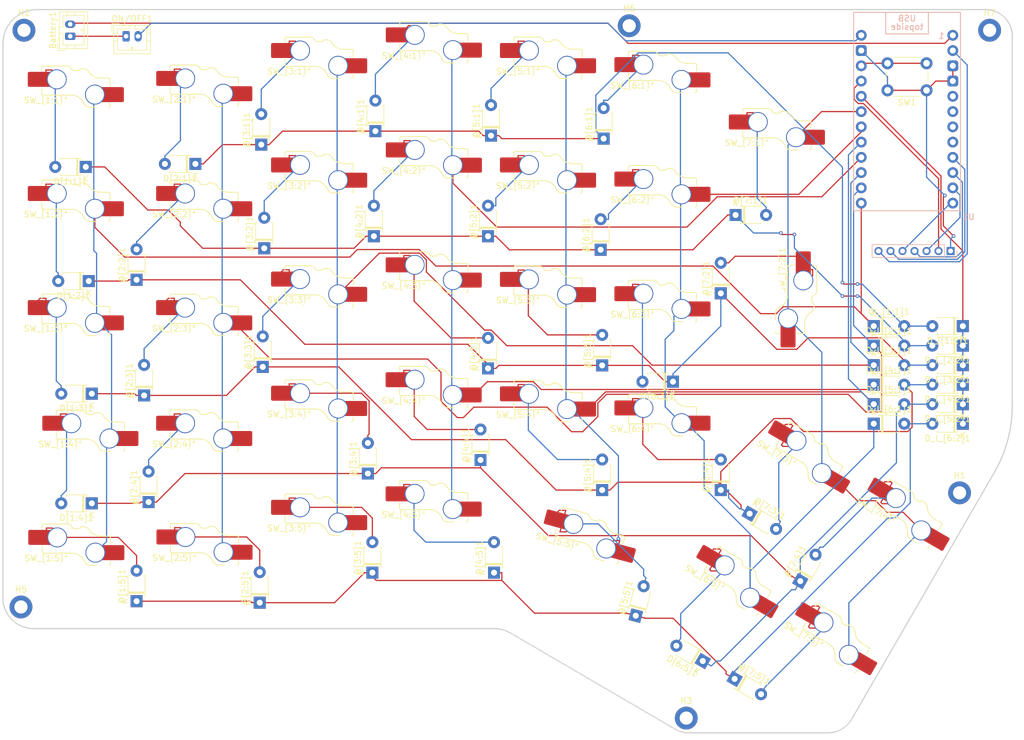
<source format=kicad_pcb>
(kicad_pcb (version 20240108) (generator "pcbnew") (generator_version "8.0")
  (layers (0 "F.Cu" signal) (31 "B.Cu" signal) (34 "B.Paste" user) (35 "F.Paste" user) (36 "B.SilkS" user "B.Silkscreen") (37 "F.SilkS" user "F.Silkscreen") (38 "B.Mask" user) (39 "F.Mask" user) (44 "Edge.Cuts" user))
  (net 0 "")
  (net 1 "Pin_2")
  (net 2 "Pin_3")
  (net 3 "Pin_4")
  (net 4 "Pin_5")
  (net 5 "Pin_6")
  (net 6 "Pin_7")
  (net 7 "Pin_1")
  (net 8 "Pin_Interrupt")
  (net 13 "Net-(D[2:1]1-A)")
  (net 14 "Net-(D[3:1]1-A)")
  (net 15 "Net-(D[4:1]1-A)")
  (net 16 "Net-(D[5:1]1-A)")
  (net 17 "Net-(D[6:1]1-A)")
  (net 18 "Net-(D[1:1]1-A)")
  (net 19 "Net-(D[3:2]1-A)")
  (net 20 "Net-(D[4:2]1-A)")
  (net 21 "Net-(D[5:2]1-A)")
  (net 22 "Net-(D[6:2]1-A)")
  (net 23 "Net-(D[7:1]1-A)")
  (net 24 "Net-(D[1:2]1-A)")
  (net 25 "Net-(D[2:2]1-A)")
  (net 26 "Net-(D[4:3]1-A)")
  (net 27 "Net-(D[5:3]1-A)")
  (net 28 "Net-(D[6:3]1-A)")
  (net 29 "Net-(D[7:2]1-A)")
  (net 30 "Net-(D[1:3]1-A)")
  (net 31 "Net-(D[2:3]1-A)")
  (net 32 "Net-(D[3:3]1-A)")
  (net 33 "Net-(D[5:4]1-A)")
  (net 34 "Net-(D[6:4]1-A)")
  (net 35 "Net-(D[7:3]1-A)")
  (net 36 "Net-(D[1:4]1-A)")
  (net 37 "Net-(D[2:4]1-A)")
  (net 38 "Net-(D[3:4]1-A)")
  (net 39 "Net-(D[4:4]1-A)")
  (net 40 "Net-(D[6:5]1-A)")
  (net 41 "Net-(D[7:4]1-A)")
  (net 42 "Net-(D[1:5]1-A)")
  (net 43 "Net-(D[2:5]1-A)")
  (net 44 "Net-(D[3:5]1-A)")
  (net 45 "Net-(D[4:5]1-A)")
  (net 46 "Net-(D[5:5]1-A)")
  (net 47 "Net-(D[7:5]1-A)")
  (net 48 "B-")
  (net 49 "B+")
  (net 50 "DISPL_D0_SCK")
  (net 51 "DISPL_D1_MOSI")
  (net 52 "DISPL_DC")
  (net 53 "VCC_3.3V")
  (net 54 "GND")
  (net 55 "DISPL_CS")
  (net 56 "DISPL_RES")
  (net 57 "Net-(DI_[1:1]1-A)")
  (net 58 "Net-(D[1:1]1-K)")
  (net 59 "Net-(D[1:2]1-K)")
  (net 60 "Net-(D[1:3]1-K)")
  (net 61 "Net-(D[1:4]1-K)")
  (net 62 "Net-(D[1:5]1-K)")
  (net 63 "SW_B+")
  (net 64 "RESET")
  (footprint "Diode_THT:D_T-1_P5.08mm_Horizontal" (layer "F.Cu") (at 82.5 66.79 90)
    (property "Reference" "D[3:2]1")
    (property "Value" "Diode")
  )
  (footprint "PCM_marbastlib-xp-mx:SW_MX_HS_KS-2P02B01-01_1u" (layer "F.Cu") (at 167.15 74.67 -90)
    (property "Reference" "SW_[7:2]1")
    (property "Value" "SW_[7:2]")
  )
  (footprint "MountingHole:MountingHole_2.2mm_M2_DIN965_Pad" (layer "F.Cu") (at 198.25 107.5)
    (property "Reference" "H1")
    (property "Value" "MountingHole")
  )
  (footprint "PCM_marbastlib-xp-mx:SW_MX_HS_KS-2P02B01-01_1u" (layer "F.Cu") (at 52.92 101)
    (property "Reference" "SW_[1:4]1")
    (property "Value" "SW_[1:4]")
  )
  (footprint "Diode_THT:D_T-1_P5.08mm_Horizontal" (layer "F.Cu") (at 100.75 64.79 90)
    (property "Reference" "D[4:2]1")
    (property "Value" "Diode")
  )
  (footprint "Diode_THT:D_T-1_P5.08mm_Horizontal" (layer "F.Cu") (at 120.25 48.04 90)
    (property "Reference" "D[5:1]1")
    (property "Value" "Diode")
  )
  (footprint "Diode_THT:D_T-1_P5.08mm_Horizontal" (layer "F.Cu") (at 61.25 125.54 90)
    (property "Reference" "D[1:5]1")
    (property "Value" "Diode")
  )
  (footprint "Diode_THT:D_T-1_P5.08mm_Horizontal" (layer "F.Cu") (at 138.5 67.04 90)
    (property "Reference" "D[6:2]1")
    (property "Value" "Diode")
  )
  (footprint "PCM_marbastlib-xp-mx:SW_MX_HS_KS-2P02B01-01_1u" (layer "F.Cu") (at 148.15 41.3)
    (property "Reference" "SW_[6:1]1")
    (property "Value" "SW_[6:1]")
  )
  (footprint "Diode_THT:D_T-1_P5.08mm_Horizontal" (layer "F.Cu") (at 119.75 64.79 90)
    (property "Reference" "D[5:2]1")
    (property "Value" "Diode")
  )
  (footprint "MountingHole:MountingHole_2.2mm_M2_DIN965_Pad" (layer "F.Cu") (at 42.5 30.5)
    (property "Reference" "H2")
    (property "Value" "MountingHole" (hide yes))
  )
  (footprint "PCM_marbastlib-xp-mx:SW_MX_HS_KS-2P02B01-01_1u" (layer "F.Cu") (at 71.8648 101)
    (property "Reference" "SW_[2:4]1")
    (property "Value" "SW_[2:4]")
  )
  (footprint "PCM_marbastlib-xp-mx:SW_MX_HS_KS-2P02B01-01_1u" (layer "F.Cu") (at 71.92 119.9305)
    (property "Reference" "SW_[2:5]1")
    (property "Value" "SW_[2:5]")
  )
  (footprint "PCM_marbastlib-xp-mx:SW_MX_HS_KS-2P02B01-01_1u" (layer "F.Cu") (at 50.5 81.75)
    (property "Reference" "SW_[1:3]1")
    (property "Value" "SW_[1:3]")
  )
  (footprint "Diode_THT:D_T-1_P5.08mm_Horizontal" (layer "F.Cu") (at 139 48.54 90)
    (property "Reference" "D[6:1]1")
    (property "Value" "Diode")
  )
  (footprint "Diode_THT:D_T-1_P5.08mm_Horizontal" (layer "F.Cu") (at 120.75 120.79 90)
    (property "Reference" "D[4:5]1")
    (property "Value" "Diode")
  )
  (footprint "Diode_THT:D_T-1_P5.08mm_Horizontal" (layer "F.Cu") (at 163.3003 110.98 -30)
    (property "Reference" "D[7:3]1")
    (property "Value" "Diode")
  )
  (footprint "PCM_marbastlib-xp-mx:SW_MX_HS_KS-2P02B01-01_1u" (layer "F.Cu") (at 148.15 79.4305)
    (property "Reference" "SW_[6:3]1")
    (property "Value" "SW_[6:3]")
  )
  (footprint "PCM_marbastlib-xp-mx:SW_MX_HS_KS-2P02B01-01_1u" (layer "F.Cu") (at 158.8 125.25 -30)
    (property "Reference" "SW_[6:5]1")
    (property "Value" "SW_[6:5]")
  )
  (footprint "Diode_THT:D_T-1_P5.08mm_Horizontal" (layer "F.Cu") (at 198.79 83 180)
    (property "Reference" "D_I_[2:2]1")
    (property "Value" "Diode")
  )
  (footprint "PCM_marbastlib-xp-mx:SW_MX_HS_KS-2P02B01-01_1u" (layer "F.Cu") (at 71.8648 62.75)
    (property "Reference" "SW_[2:2]1")
    (property "Value" "SW_[2:2]")
  )
  (footprint "Connector_JST:JST_PH_B2B-PH-K_1x02_P2.00mm_Vertical" (layer "F.Cu") (at 50.2 31.5 90)
    (property "Reference" "Battery1")
    (property "Value" "~")
  )
  (footprint "PCM_marbastlib-xp-mx:SW_MX_HS_KS-2P02B01-01_1u" (layer "F.Cu") (at 110.08 74.6305)
    (property "Reference" "SW_[4:3]1")
    (property "Value" "SW_[4:3]")
  )
  (footprint "Diode_THT:D_T-1_P5.08mm_Horizontal" (layer "F.Cu") (at 52.79 53.25 180)
    (property "Reference" "D[1:1]1")
    (property "Value" "Diode")
  )
  (footprint "Diode_THT:D_T-1_P5.08mm_Horizontal" (layer "F.Cu") (at 101 47.29 90)
    (property "Reference" "D[4:1]1")
    (property "Value" "Diode")
  )
  (footprint "Diode_THT:D_T-1_P5.08mm_Horizontal" (layer "F.Cu") (at 63.25 109.04 90)
    (property "Reference" "D[2:4]1")
    (property "Value" "Diode")
  )
  (footprint "Diode_THT:D_T-1_P5.08mm_Horizontal" (layer "F.Cu") (at 183.96 83)
    (property "Reference" "D_I_[2:1]1")
    (property "Value" "Diode")
  )
  (footprint "Diode_THT:D_T-1_P5.08mm_Horizontal" (layer "F.Cu") (at 53.79 109.25 180)
    (property "Reference" "D[1:4]1")
    (property "Value" "Diode")
  )
  (footprint "Diode_THT:D_T-1_P5.08mm_Horizontal" (layer "F.Cu") (at 155.5 135.5 150)
    (property "Reference" "D[6:5]1")
    (property "Value" "Diode")
  )
  (footprint "PCM_marbastlib-xp-mx:SW_MX_HS_KS-2P02B01-01_1u" (layer "F.Cu") (at 148.15 98.45)
    (property "Reference" "SW_[6:4]1")
    (property "Value" "SW_[6:4]")
  )
  (footprint "PCM_marbastlib-xp-mx:SW_MX_HS_KS-2P02B01-01_1u" (layer "F.Cu") (at 135.0931 118.2352 -15)
    (property "Reference" "SW_[5:5]1")
    (property "Value" "SW_[5:5]")
  )
  (footprint "Diode_THT:D_T-1_P5.08mm_Horizontal" (layer "F.Cu") (at 158.5 107.04 90)
    (property "Reference" "D[6:4]1")
    (property "Value" "Diode")
  )
  (footprint "PCM_marbastlib-xp-mx:SW_MX_HS_KS-2P02B01-01_1u" (layer "F.Cu") (at 170.7506 104.51 -30)
    (property "Reference" "SW_[7:3]1")
    (property "Value" "SW_[7:3]")
  )
  (footprint "PCM_marbastlib-xp-mx:SW_MX_HS_KS-2P02B01-01_1u" (layer "F.Cu") (at 91 38.9506)
    (property "Reference" "SW_[3:1]1")
    (property "Value" "SW_[3:1]")
  )
  (footprint "PCM_marbastlib-xp-mx:SW_MX_HS_KS-2P02B01-01_1u" (layer "F.Cu") (at 148.15 60.35)
    (property "Reference" "SW_[6:2]1")
    (property "Value" "SW_[6:2]")
  )
  (footprint "Diode_THT:D_T-1_P5.08mm_Horizontal" (layer "F.Cu") (at 138.75 107.04 90)
    (property "Reference" "D[5:4]1")
    (property "Value" "Diode")
  )
  (footprint "Diode_THT:D_T-1_P5.08mm_Horizontal" (layer "F.Cu") (at 144.3426 127.9535 75)
    (property "Reference" "D[5:5]1")
    (property "Value" "Diode")
  )
  (footprint "Diode_THT:D_T-1_P5.08mm_Horizontal" (layer "F.Cu") (at 53.29 72.25 180)
    (property "Reference" "D[1:2]1")
    (property "Value" "Diode")
  )
  (footprint "Diode_THT:D_T-1_P5.08mm_Horizontal" (layer "F.Cu") (at 62.5 91.29 90)
    (property "Reference" "D[2:3]1")
    (property "Value" "Diode")
  )
  (footprint "PCM_marbastlib-xp-mx:SW_MX_HS_KS-2P02B01-01_1u" (layer "F.Cu") (at 129.1 77.05)
    (property "Reference" "SW_[5:3]1")
    (property "Value" "SW_[5:3]")
  )
  (footprint "Diode_THT:D_T-1_P5.08mm_Horizontal" (layer "F.Cu") (at 61.25 72.04 90)
    (property "Reference" "D[2:2]1")
    (property "Value" "Diode")
  )
  (footprint "MountingHole:MountingHole_2.2mm_M2_DIN965_Pad" (layer "F.Cu") (at 152.75 145)
    (property "Reference" "H3")
    (property "Value" "MountingHole" (hide yes))
  )
  (footprint "PCM_marbastlib-xp-mx:SW_MX_HS_KS-2P02B01-01_1u" (layer "F.Cu") (at 175.25 134.75 -30)
    (property "Reference" "SW_[7:5]1")
    (property "Value" "SW_[7:5]")
  )
  (footprint "PCM_marbastlib-xp-mx:SW_MX_HS_KS-2P02B01-01_1u" (layer "F.Cu") (at 91 96)
    (property "Reference" "SW_[3:4]1")
    (property "Value" "SW_[3:4]")
  )
  (footprint "Diode_THT:D_T-1_P5.08mm_Horizontal" (layer "F.Cu") (at 100.5 120.79 90)
    (property "Reference" "D[3:5]1")
    (property "Value" "Diode")
  )
  (footprint "Diode_THT:D_T-1_P5.08mm_Horizontal" (layer "F.Cu") (at 53.79 91 180)
    (property "Reference" "D[1:3]1")
    (property "Value" "Diode")
  )
  (footprint "Diode_THT:D_T-1_P5.08mm_Horizontal" (layer "F.Cu") (at 118.5 102.04 90)
    (property "Reference" "D[4:4]1")
    (property "Value" "Diode")
  )
  (footprint "Diode_THT:D_T-1_P5.08mm_Horizontal" (layer "F.Cu") (at 198.79 86.25 180)
    (property "Reference" "D_I_[3:2]1")
    (property "Value" "Diode")
  )
  (footprint "PCM_marbastlib-xp-mx:SW_MX_HS_KS-2P02B01-01_1u" (layer "F.Cu") (at 129.1 38.95)
    (property "Reference" "SW_[5:1]1")
    (property "Value" "SW_[5:1]")
  )
  (footprint "Diode_THT:D_T-1_P5.08mm_Horizontal" (layer "F.Cu") (at 160.96 61.25)
    (property "Reference" "D[7:1]1")
    (property "Value" "Diode")
  )
  (footprint "PCM_marbastlib-xp-mx:SW_MX_HS_KS-2P02B01-01_1u" (layer "F.Cu") (at 110.0648 112.75)
    (property "Reference" "SW_[4:5]1")
    (property "Value" "SW_[4:5]")
  )
  (footprint "PCM_marbastlib-xp-mx:SW_MX_HS_KS-2P02B01-01_1u" (layer "F.Cu") (at 50.58 120)
    (property "Reference" "SW_[1:5]1")
    (property "Value" "SW_[1:5]")
  )
  (footprint "Diode_THT:D_T-1_P5.08mm_Horizontal" (layer "F.Cu") (at 183.96 96)
    (property "Reference" "D_I_[6:1]1")
    (property "Value" "Diode")
  )
  (footprint "PCM_marbastlib-xp-mx:SW_MX_HS_KS-2P02B01-01_1u" (layer "F.Cu") (at 110.0648 93.75)
    (property "Reference" "SW_[4:4]1")
    (property "Value" "SW_[4:4]")
  )
  (footprint "PCM_marbastlib-xp-mx:SW_MX_HS_KS-2P02B01-01_1u" (layer "F.Cu") (at 71.88 43.6)
    (property "Reference" "SW_[2:1]1")
    (property "Value" "SW_[2:1]")
  )
  (footprint "Diode_THT:D_T-1_P5.08mm_Horizontal" (layer "F.Cu") (at 158.5 74.29 90)
    (property "Reference" "D[7:2]1")
    (property "Value" "Diode")
  )
  (footprint "PCM_marbastlib-xp-mx:SW_MX_HS_KS-2P02B01-01_1u" (layer "F.Cu") (at 129.1 96.1)
    (property "Reference" "SW_[5:4]1")
    (property "Value" "SW_[5:4]")
  )
  (footprint "MountingHole:MountingHole_2.2mm_M2_DIN965_Pad" (layer "F.Cu") (at 143.25 29.75)
    (property "Reference" "H6")
    (property "Value" "MountingHole")
  )
  (footprint "Diode_THT:D_T-1_P5.08mm_Horizontal" (layer "F.Cu") (at 81.75 125.79 90)
    (property "Reference" "D[2:5]1")
    (property "Value" "Diode")
  )
  (footprint "Diode_THT:D_T-1_P5.08mm_Horizontal" (layer "F.Cu") (at 183.96 86.25)
    (property "Reference" "D_I_[3:1]1")
    (property "Value" "Diode")
  )
  (footprint "Diode_THT:D_T-1_P5.08mm_Horizontal" (layer "F.Cu") (at 198.79 96 180)
    (property "Reference" "D_I_[6:2]1")
    (property "Value" "Diode")
  )
  (footprint "Diode_THT:D_T-1_P5.08mm_Horizontal" (layer "F.Cu") (at 160.8003 138.48 -30)
    (property "Reference" "D[7:5]1")
    (property "Value" "Diode")
  )
  (footprint "PCM_marbastlib-xp-mx:SW_MX_HS_KS-2P02B01-01_1u" (layer "F.Cu") (at 71.8648 81.75)
    (property "Reference" "SW_[2:3]1")
    (property "Value" "SW_[2:3]")
  )
  (footprint "Connector_JST:JST_PH_B2B-PH-K_1x02_P2.00mm_Vertical" (layer "F.Cu") (at 59.5 31.5)
    (property "Reference" "ON/OFF1")
    (property "Value" "ON/OFF SW")
  )
  (footprint "PCM_marbastlib-xp-mx:SW_MX_HS_KS-2P02B01-01_1u" (layer "F.Cu") (at 110.1 55.5)
    (property "Reference" "SW_[4:2]1")
    (property "Value" "SW_[4:2]")
  )
  (footprint "Button_Switch_THT:SW_PUSH_6mm_H4.3mm" (layer "F.Cu") (at 192.75 40.5 180)
    (property "Reference" "SW1")
    (property "Value" "SW_DIP_x01")
  )
  (footprint "PCM_marbastlib-xp-mx:SW_MX_HS_KS-2P02B01-01_1u" (layer "F.Cu") (at 110.1 36.35)
    (property "Reference" "SW_[4:1]1")
    (property "Value" "SW_[4:1]")
  )
  (footprint "Diode_THT:D_T-1_P5.08mm_Horizontal" (layer "F.Cu") (at 171.73 122.1997 60)
    (property "Reference" "D[7:4]1")
    (property "Value" "Diode")
  )
  (footprint "Diode_THT:D_T-1_P5.08mm_Horizontal" (layer "F.Cu") (at 183.96 92.75)
    (property "Reference" "D_I_[5:1]1")
    (property "Value" "Diode")
  )
  (footprint "PCM_marbastlib-xp-mx:SW_MX_HS_KS-2P02B01-01_1u" (layer "F.Cu") (at 91 115)
    (property "Reference" "SW_[3:5]1")
    (property "Value" "SW_[3:5]")
  )
  (footprint "Diode_THT:D_T-1_P5.08mm_Horizontal" (layer "F.Cu") (at 82.25 86.54 90)
    (property "Reference" "D[3:3]1")
    (property "Value" "Diode")
  )
  (footprint "Diode_THT:D_T-1_P5.08mm_Horizontal" (layer "F.Cu") (at 99.75 104.29 90)
    (property "Reference" "D[3:4]1")
    (property "Value" "Diode")
  )
  (footprint "PCM_marbastlib-xp-mx:SW_MX_HS_KS-2P02B01-01_1u" (layer "F.Cu") (at 187.3 114.05 -30)
    (property "Reference" "SW_[7:4]1")
    (property "Value" "SW_[7:4]")
  )
  (footprint "PCM_marbastlib-xp-mx:SW_MX_HS_KS-2P02B01-01_1u" (layer "F.Cu") (at 50.5 43.75)
    (property "Reference" "SW_[1:1]1")
    (property "Value" "SW_[1:1]")
  )
  (footprint "MountingHole:MountingHole_2.2mm_M2_DIN965_Pad" (layer "F.Cu") (at 203.25 30.5)
    (property "Reference" "H7")
    (property "Value" "MountingHole" (hide yes))
  )
  (footprint "Diode_THT:D_T-1_P5.08mm_Horizontal" (layer "F.Cu") (at 198.79 79.75 180)
    (property "Reference" "D_I[1:2]1")
    (property "Value" "Diode")
  )
  (footprint "Diode_THT:D_T-1_P5.08mm_Horizontal" (layer "F.Cu") (at 198.79 89.5 180)
    (property "Reference" "D_I_[4:2]1")
    (property "Value" "Diode")
  )
  (footprint "PCM_marbastlib-xp-mx:SW_MX_HS_KS-2P02B01-01_1u" (layer "F.Cu") (at 129.1 58)
    (property "Reference" "SW_[5:2]1")
    (property "Value" "SW_[5:2]")
  )
  (footprint "Diode_THT:D_T-1_P5.08mm_Horizontal" (layer "F.Cu") (at 150.54 89 180)
    (property "Reference" "D[6:3]1")
    (property "Value" "Diode")
  )
  (footprint "Diode_THT:D_T-1_P5.08mm_Horizontal" (layer "F.Cu") (at 198.79 92.75 180)
    (property "Reference" "D_I_[5:2]1")
    (property "Value" "Diode")
  )
  (footprint "MountingHole:MountingHole_2.2mm_M2_DIN965_Pad" (layer "F.Cu") (at 42 126.5)
    (property "Reference" "H5")
    (property "Value" "MountingHole" (hide yes))
  )
  (footprint "PCM_marbastlib-xp-mx:SW_MX_HS_KS-2P02B01-01_1u" (layer "F.Cu") (at 91 58.0001)
    (property "Reference" "SW_[3:2]1")
    (property "Value" "SW_[3:2]")
  )
  (footprint "Diode_THT:D_T-1_P5.08mm_Horizontal" (layer "F.Cu") (at 138.75 86.29 90)
    (property "Reference" "D[5:3]1")
    (property "Value" "Diode")
  )
  (footprint "Diode_THT:D_T-1_P5.08mm_Horizontal" (layer "F.Cu") (at 119.75 86.79 90)
    (property "Reference" "D[4:3]1")
    (property "Value" "Diode")
  )
  (footprint "PCM_marbastlib-xp-mx:SW_MX_HS_KS-2P02B01-01_1u" (layer "F.Cu") (at 50.5 62.75)
    (property "Reference" "SW_[1:2]1")
    (property "Value" "SW_[1:2]")
  )
  (footprint "Diode_THT:D_T-1_P5.08mm_Horizontal" (layer "F.Cu") (at 71.04 52.75 180)
    (property "Reference" "D[2:1]1")
    (property "Value" "Diode")
  )
  (footprint "PCM_marbastlib-xp-mx:SW_MX_HS_KS-2P02B01-01_1u" (layer "F.Cu") (at 91 77)
    (property "Reference" "SW_[3:3]1")
    (property "Value" "SW_[3:3]")
  )
  (footprint "Diode_THT:D_T-1_P5.08mm_Horizontal" (layer "F.Cu") (at 183.96 79.75)
    (property "Reference" "DI_[1:1]1")
    (property "Value" "Diode")
  )
  (footprint "PCM_marbastlib-xp-mx:SW_MX_HS_KS-2P02B01-01_1u" (layer "F.Cu") (at 167.2 50.85)
    (property "Reference" "SW_[7:1]1")
    (property "Value" "SW_[7:1]")
  )
  (footprint "Diode_THT:D_T-1_P5.08mm_Horizontal" (layer "F.Cu") (at 82 49.54 90)
    (property "Reference" "D[3:1]1")
    (property "Value" "Diode")
  )
  (footprint "Diode_THT:D_T-1_P5.08mm_Horizontal" (layer "F.Cu") (at 183.96 89.5)
    (property "Reference" "D_I_[4:1]1")
    (property "Value" "Diode")
  )
  (footprint "PCM_marbastlib-xp-promicroish:nice_nano_H_USBup" (layer "B.Cu") (at 189.5 45.3075 180)
    (property "Reference" "U1")
    (property "Value" "Nice_Nano_V2")
  )
  (footprint "Connector_PinHeader_2.00mm:PinHeader_1x07_P2.00mm_Vertical" (layer "B.Cu") (at 196.75 67.25 90)
    (property "Reference" "Display" (hide yes))
    (property "Value" "Display" (hide yes))
  )
  (gr_line (start 202.5744 27.0543) (end 44.6816 27.0543) (stroke (width 0.2)) (layer "Edge.Cuts"))
  (gr_arc (start 39 32.7363) (mid 40.664102 28.718802) (end 44.6816 27.0547) (stroke (width 0.2)) (layer "Edge.Cuts"))
  (gr_arc (start 202.5744 27.0543) (mid 205.740569 28.380911) (end 207.0154 31.568282) (stroke (width 0.2)) (layer "Edge.Cuts"))
  (gr_line (start 180.3004 145.1622) (end 204.134201 103.932848) (stroke (width 0.2)) (layer "Edge.Cuts"))
  (gr_arc (start 120.778422 130.1001) (mid 122.177885 130.290468) (end 123.520122 130.860099) (stroke (width 0.2)) (layer "Edge.Cuts"))
  (gr_arc (start 207.0154 93.13317) (mid 206.266268 98.71751) (end 204.134201 103.932848) (stroke (width 0.2)) (layer "Edge.Cuts"))
  (gr_arc (start 180.299785 145.162264) (mid 178.614762 146.843434) (end 176.340604 147.4542) (stroke (width 0.2)) (layer "Edge.Cuts"))
  (gr_line (start 123.520122 130.860099) (end 150.9094 146.8452) (stroke (width 0.2)) (layer "Edge.Cuts"))
  (gr_arc (start 153.1614 147.454179) (mid 151.995187 147.299252) (end 150.909873 146.845217) (stroke (width 0.2)) (layer "Edge.Cuts"))
  (gr_arc (start 44.080773 130.1001) (mid 40.486812 128.599284) (end 39.000063 125) (stroke (width 0.2)) (layer "Edge.Cuts"))
  (gr_line (start 176.340604 147.4542) (end 153.1614 147.4542) (stroke (width 0.2)) (layer "Edge.Cuts"))
  (gr_line (start 207.0154 31.568692) (end 207.0154 93.13317) (stroke (width 0.2)) (layer "Edge.Cuts"))
  (gr_line (start 39 125) (end 39 32.7363) (stroke (width 0.2)) (layer "Edge.Cuts"))
  (gr_line (start 120.778422 130.1001) (end 44.080773 130.1001) (stroke (width 0.2)) (layer "Edge.Cuts"))
  (segment (start 114.637388 94.975) (end 111.9248 92.262412) (width 0.2) (layer "F.Cu") (net 1))
  (segment (start 135.504744 97.325) (end 133.672588 97.325) (width 0.2) (layer "F.Cu") (net 1))
  (segment (start 111.9248 87.464414) (end 109.687779 85.227393) (width 0.2) (layer "F.Cu") (net 1))
  (segment (start 139.485686 91.1) (end 138.035 92.550686) (width 0.2) (layer "F.Cu") (net 1))
  (segment (start 138.035 94.794744) (end 135.504744 97.325) (width 0.2) (layer "F.Cu") (net 1))
  (segment (start 117.384624 93.242588) (end 115.652212 94.975) (width 0.2) (layer "F.Cu") (net 1))
  (segment (start 79.24 41.06) (end 77.515 41.06) (width 0.2) (layer "F.Cu") (net 1))
  (segment (start 77.555 117.3905) (end 75.73 117.3905) (width 0.2) (layer "F.Cu") (net 1))
  (segment (start 138.035 92.550686) (end 138.035 94.794744) (width 0.2) (layer "F.Cu") (net 1))
  (segment (start 185.26 84.3) (end 185.26 94.05) (width 0.2) (layer "F.Cu") (net 1))
  (segment (start 179.71 91.1) (end 139.485686 91.1) (width 0.2) (layer "F.Cu") (net 1))
  (segment (start 182.66 94.05) (end 179.71 91.1) (width 0.2) (layer "F.Cu") (net 1))
  (segment (start 129.590176 93.242588) (end 117.384624 93.242588) (width 0.2) (layer "F.Cu") (net 1))
  (segment (start 77.4998 79.21) (end 79.2248 79.21) (width 0.2) (layer "F.Cu") (net 1))
  (segment (start 79.2248 98.46) (end 77.4998 98.46) (width 0.2) (layer "F.Cu") (net 1))
  (segment (start 133.672588 97.325) (end 129.590176 93.242588) (width 0.2) (layer "F.Cu") (net 1))
  (segment (start 77.4998 98.46) (end 75.6748 98.46) (width 0.2) (layer "F.Cu") (net 1))
  (segment (start 109.687779 85.227393) (end 83.517193 85.227393) (width 0.2) (layer "F.Cu") (net 1))
  (segment (start 77.515 41.06) (end 75.69 41.06) (width 0.2) (layer "F.Cu") (net 1))
  (segment (start 185.26 94.05) (end 182.66 94.05) (width 0.2) (layer "F.Cu") (net 1))
  (segment (start 79.28 117.3905) (end 77.555 117.3905) (width 0.2) (layer "F.Cu") (net 1))
  (segment (start 77.4998 79.21) (end 75.6748 79.21) (width 0.2) (layer "F.Cu") (net 1))
  (segment (start 79.2248 60.21) (end 77.4998 60.21) (width 0.2) (layer "F.Cu") (net 1))
  (segment (start 83.517193 85.227393) (end 77.4998 79.21) (width 0.2) (layer "F.Cu") (net 1))
  (segment (start 111.9248 92.262412) (end 111.9248 87.464414) (width 0.2) (layer "F.Cu") (net 1))
  (segment (start 77.4998 60.21) (end 75.6748 60.21) (width 0.2) (layer "F.Cu") (net 1))
  (segment (start 115.652212 94.975) (end 114.637388 94.975) (width 0.2) (layer "F.Cu") (net 1))
  (segment (start 183.96 83) (end 185.26 84.3) (width 0.2) (layer "F.Cu") (net 1))
  (segment (start 75.501 60.0362) (end 75.6748 60.21) (width 0.2) (layer "B.Cu") (net 1))
  (segment (start 75.73 117.3905) (end 75.5181 117.1786) (width 0.2) (layer "B.Cu") (net 1))
  (segment (start 75.5181 117.1786) (end 75.5181 98.6167) (width 0.2) (layer "B.Cu") (net 1))
  (segment (start 180.6 58.0175) (end 180.6 79.64) (width 0.2) (layer "B.Cu") (net 1))
  (segment (start 75.4899 79.0251) (end 75.6748 79.21) (width 0.2) (layer "B.Cu") (net 1))
  (segment (start 75.6748 79.21) (end 75.5181 79.3667) (width 0.2) (layer "B.Cu") (net 1))
  (segment (start 75.69 41.06) (end 75.501 41.249) (width 0.2) (layer "B.Cu") (net 1))
  (segment (start 75.6748 60.21) (end 75.4899 60.3949) (width 0.2) (layer "B.Cu") (net 1))
  (segment (start 75.501 41.249) (end 75.501 60.0362) (width 0.2) (layer "B.Cu") (net 1))
  (segment (start 181.88 56.7375) (end 180.6 58.0175) (width 0.2) (layer "B.Cu") (net 1))
  (segment (start 75.5181 79.3667) (end 75.5181 98.3033) (width 0.2) (layer "B.Cu") (net 1))
  (segment (start 75.5181 98.6167) (end 75.6748 98.46) (width 0.2) (layer "B.Cu") (net 1))
  (segment (start 75.5181 98.3033) (end 75.6748 98.46) (width 0.2) (layer "B.Cu") (net 1))
  (segment (start 180.6 79.64) (end 183.96 83) (width 0.2) (layer "B.Cu") (net 1))
  (segment (start 75.4899 60.3949) (end 75.4899 79.0251) (width 0.2) (layer "B.Cu") (net 1))
  (segment (start 96.635 55.4601) (end 94.81 55.4601) (width 0.2) (layer "F.Cu") (net 2))
  (segment (start 108.346017 67.5988) (end 101.6712 67.5988) (width 0.2) (layer "F.Cu") (net 2))
  (segment (start 109.49 68.742783) (end 108.346017 67.5988) (width 0.2) (layer "F.Cu") (net 2))
  (segment (start 119.174275 80.41) (end 109.49 70.725725) (width 0.2) (layer "F.Cu") (net 2))
  (segment (start 147.053986 86.25) (end 143.813986 83.01) (width 0.2) (layer "F.Cu") (net 2))
  (segment (start 94.81 74.46) (end 96.635 74.46) (width 0.2) (layer "F.Cu") (net 2))
  (segment (start 98.36 36.4106) (end 96.635 36.4106) (width 0.2) (layer "F.Cu") (net 2))
  (segment (start 183.96 86.25) (end 147.053986 86.25) (width 0.2) (layer "F.Cu") (net 2))
  (segment (start 96.635 112.46) (end 94.81 112.46) (width 0.2) (layer "F.Cu") (net 2))
  (segment (start 122.888478 83.01) (end 120.288478 80.41) (width 0.2) (layer "F.Cu") (net 2))
  (segment (start 96.635 74.46) (end 98.36 74.46) (width 0.2) (layer "F.Cu") (net 2))
  (segment (start 96.635 36.4106) (end 94.81 36.4106) (width 0.2) (layer "F.Cu") (net 2))
  (segment (start 98.36 112.46) (end 96.635 112.46) (width 0.2) (layer "F.Cu") (net 2))
  (segment (start 120.288478 80.41) (end 119.174275 80.41) (width 0.2) (layer "F.Cu") (net 2))
  (segment (start 143.813986 83.01) (end 122.888478 83.01) (width 0.2) (layer "F.Cu") (net 2))
  (segment (start 109.49 70.725725) (end 109.49 68.742783) (width 0.2) (layer "F.Cu") (net 2))
  (segment (start 101.6712 67.5988) (end 94.81 74.46) (width 0.2) (layer "F.Cu") (net 2))
  (segment (start 98.36 55.4601) (end 96.635 55.4601) (width 0.2) (layer "F.Cu") (net 2))
  (segment (start 98.36 93.46) (end 96.635 93.46) (width 0.2) (layer "F.Cu") (net 2))
  (segment (start 96.635 93.46) (end 94.81 93.46) (width 0.2) (layer "F.Cu") (net 2))
  (segment (start 94.6533 74.6167) (end 94.6533 93.3033) (width 0.2) (layer "B.Cu") (net 2))
  (segment (start 180.15 55.9275) (end 180.15 82.44) (width 0.2) (layer "B.Cu") (net 2))
  (segment (start 94.81 112.46) (end 94.6533 112.3033) (width 0.2) (layer "B.Cu") (net 2))
  (segment (start 94.6533 74.3033) (end 94.81 74.46) (width 0.2) (layer "B.Cu") (net 2))
  (segment (start 94.6533 93.6167) (end 94.81 93.46) (width 0.2) (layer "B.Cu") (net 2))
  (segment (start 94.6533 112.3033) (end 94.6533 93.6167) (width 0.2) (layer "B.Cu") (net 2))
  (segment (start 180.15 82.44) (end 183.96 86.25) (width 0.2) (layer "B.Cu") (net 2))
  (segment (start 94.6533 55.6168) (end 94.6533 74.3033) (width 0.2) (layer "B.Cu") (net 2))
  (segment (start 94.81 74.46) (end 94.6533 74.6167) (width 0.2) (layer "B.Cu") (net 2))
  (segment (start 181.88 54.1975) (end 180.15 55.9275) (width 0.2) (layer "B.Cu") (net 2))
  (segment (start 94.81 55.4601) (end 94.6316 55.2817) (width 0.2) (layer "B.Cu") (net 2))
  (segment (start 94.81 55.4601) (end 94.6533 55.6168) (width 0.2) (layer "B.Cu") (net 2))
  (segment (start 94.6316 55.2817) (end 94.6316 36.589) (width 0.2) (layer "B.Cu") (net 2))
  (segment (start 94.6316 36.589) (end 94.81 36.4106) (width 0.2) (layer "B.Cu") (net 2))
  (segment (start 94.6533 93.3033) (end 94.81 93.46) (width 0.2) (layer "B.Cu") (net 2))
  (segment (start 183.96 89.5) (end 183.16 90.3) (width 0.2) (layer "F.Cu") (net 3))
  (segment (start 119.6348 89) (end 117.4248 91.21) (width 0.2) (layer "F.Cu") (net 3))
  (segment (start 157.919744 58.21) (end 152.869744 63.26) (width 0.2) (layer "F.Cu") (net 3))
  (segment (start 115.735 52.96) (end 113.91 52.96) (width 0.2) (layer "F.Cu") (net 3))
  (segment (start 115.6998 91.21) (end 113.8748 91.21) (width 0.2) (layer "F.Cu") (net 3))
  (segment (start 117.46 33.81) (end 115.735 33.81) (width 0.2) (layer "F.Cu") (net 3))
  (segment (start 113.91 55.962412) (end 113.91 52.96) (width 0.2) (layer "F.Cu") (net 3))
  (segment (start 117.46 52.96) (end 115.735 52.96) (width 0.2) (layer "F.Cu") (net 3))
  (segment (start 128.597717 90.3) (end 127.297717 89) (width 0.2) (layer "F.Cu") (net 3))
  (segment (start 117.4248 91.21) (end 115.6998 91.21) (width 0.2) (layer "F.Cu") (net 3))
  (segment (start 117.4248 110.21) (end 115.6998 110.21) (width 0.2) (layer "F.Cu") (net 3))
  (segment (start 117.44 72.0905) (end 115.715 72.0905) (width 0.2) (layer "F.Cu") (net 3))
  (segment (start 152.869744 63.26) (end 121.207588 63.26) (width 0.2) (layer "F.Cu") (net 3))
  (segment (start 183.16 90.3) (end 128.597717 90.3) (width 0.2) (layer "F.Cu") (net 3))
  (segment (start 181.88 51.6575) (end 175.3275 58.21) (width 0.2) (layer "F.Cu") (net 3))
  (segment (start 115.715 72.0905) (end 113.89 72.0905) (width 0.2) (layer "F.Cu") (net 3))
  (segment (start 115.735 33.81) (end 113.91 33.81) (width 0.2) (layer "F.Cu") (net 3))
  (segment (start 115.6998 110.21) (end 113.8748 110.21) (width 0.2) (layer "F.Cu") (net 3))
  (segment (start 127.297717 89) (end 119.6348 89) (width 0.2) (layer "F.Cu") (net 3))
  (segment (start 121.207588 63.26) (end 113.91 55.962412) (width 0.2) (layer "F.Cu") (net 3))
  (segment (start 175.3275 58.21) (end 157.919744 58.21) (width 0.2) (layer "F.Cu") (net 3))
  (segment (start 113.91 33.81) (end 113.7305 33.9895) (width 0.2) (layer "B.Cu") (net 3))
  (segment (start 113.8748 91.21) (end 113.6953 91.3895) (width 0.2) (layer "B.Cu") (net 3))
  (segment (start 113.7305 52.7805) (end 113.91 52.96) (width 0.2) (layer "B.Cu") (net 3))
  (segment (start 113.7138 91.049) (end 113.7138 72.2667) (width 0.2) (layer "B.Cu") (net 3))
  (segment (start 113.7305 33.9895) (end 113.7305 52.7805) (width 0.2) (layer "B.Cu") (net 3))
  (segment (start 113.89 72.0905) (end 113.7533 71.9538) (width 0.2) (layer "B.Cu") (net 3))
  (segment (start 113.6953 91.3895) (end 113.6953 110.0305) (width 0.2) (layer "B.Cu") (net 3))
  (segment (start 113.7138 72.2667) (end 113.89 72.0905) (width 0.2) (layer "B.Cu") (net 3))
  (segment (start 113.7533 71.9538) (end 113.7533 53.1167) (width 0.2) (layer "B.Cu") (net 3))
  (segment (start 113.7533 53.1167) (end 113.91 52.96) (width 0.2) (layer "B.Cu") (net 3))
  (segment (start 113.6953 110.0305) (end 113.8748 110.21) (width 0.2) (layer "B.Cu") (net 3))
  (segment (start 113.8748 91.21) (end 113.7138 91.049) (width 0.2) (layer "B.Cu") (net 3))
  (segment (start 136.46 93.56) (end 134.735 93.56) (width 0.2) (layer "F.Cu") (net 4))
  (segment (start 134.735 36.41) (end 132.91 36.41) (width 0.2) (layer "F.Cu") (net 4))
  (segment (start 142.8597 117.6867) (end 141.64 117.6867) (width 0.2) (layer "F.Cu") (net 4))
  (segment (start 141.1935 117.2402) (end 141.6732 115.4498) (width 0.2) (layer "F.Cu") (net 4))
  (segment (start 134.735 74.51) (end 132.91 74.51) (width 0.2) (layer "F.Cu") (net 4))
  (segment (start 139.4307 116.6468) (end 140.6277 115.4498) (width 0.2) (layer "F.Cu") (net 4))
  (segment (start 136.46 74.51) (end 134.735 74.51) (width 0.2) (layer "F.Cu") (net 4))
  (segment (start 136.46 55.46) (end 134.735 55.46) (width 0.2) (layer "F.Cu") (net 4))
  (segment (start 141.455 115.4498) (end 141.455 115.1453) (width 0.2) (layer "F.Cu") (net 4))
  (segment (start 139.32 90.7) (end 136.46 93.56) (width 0.2) (layer "F.Cu") (net 4))
  (segment (start 134.735 55.46) (end 132.91 55.46) (width 0.2) (layer "F.Cu") (net 4))
  (segment (start 141.64 117.6867) (end 141.1935 117.2402) (width 0.2) (layer "F.Cu") (net 4))
  (segment (start 139.4307 116.7678) (end 139.4307 116.6468) (width 0.2) (layer "F.Cu") (net 4))
  (segment (start 181.91 90.7) (end 139.32 90.7) (width 0.2) (layer "F.Cu") (net 4))
  (segment (start 134.735 93.56) (end 132.91 93.56) (width 0.2) (layer "F.Cu") (net 4))
  (segment (start 136.46 36.41) (end 134.735 36.41) (width 0.2) (layer "F.Cu") (net 4))
  (segment (start 183.96 92.75) (end 181.91 90.7) (width 0.2) (layer "F.Cu") (net 4))
  (segment (start 140.6277 115.4498) (end 141.455 115.4498) (width 0.2) (layer "F.Cu") (net 4))
  (segment (start 141.455 115.4498) (end 141.6732 115.4498) (width 0.2) (layer "F.Cu") (net 4))
  (via (at 141.455 115.1453) (size 0.6) (drill 0.3) (layers "F.Cu" "B.Cu") (net 4))
  (segment (start 181.88 49.1175) (end 179.75 51.2475) (width 0.2) (layer "B.Cu") (net 4))
  (segment (start 133.677 93.56) (end 141.455 101.338) (width 0.2) (layer "B.Cu") (net 4))
  (segment (start 132.91 93.56) (end 133.677 93.56) (width 0.2) (layer "B.Cu") (net 4))
  (segment (start 132.7305 36.5895) (end 132.91 36.41) (width 0.2) (layer "B.Cu") (net 4))
  (segment (start 179.75 88.54) (end 183.96 92.75) (width 0.2) (layer "B.Cu") (net 4))
  (segment (start 132.7305 55.2805) (end 132.7305 36.5895) (width 0.2) (layer "B.Cu") (net 4))
  (segment (start 132.723 74.323) (end 132.723 55.647) (width 0.2) (layer "B.Cu") (net 4))
  (segment (start 132.7305 93.3805) (end 132.7305 74.6895) (width 0.2) (layer "B.Cu") (net 4))
  (segment (start 132.91 93.56) (end 132.7305 93.3805) (width 0.2) (layer "B.Cu") (net 4))
  (segment (start 179.75 51.2475) (end 179.75 88.54) (width 0.2) (layer "B.Cu") (net 4))
  (segment (start 132.91 55.46) (end 132.7305 55.2805) (width 0.2) (layer "B.Cu") (net 4))
  (segment (start 132.7305 74.6895) (end 132.91 74.51) (width 0.2) (layer "B.Cu") (net 4))
  (segment (start 141.455 101.338) (end 141.455 115.1453) (width 0.2) (layer "B.Cu") (net 4))
  (segment (start 132.91 74.51) (end 132.723 74.323) (width 0.2) (layer "B.Cu") (net 4))
  (segment (start 132.723 55.647) (end 132.91 55.46) (width 0.2) (layer "B.Cu") (net 4))
  (segment (start 155.51 57.81) (end 153.785 57.81) (width 0.2) (layer "F.Cu") (net 5))
  (segment (start 153.785 57.81) (end 151.96 57.81) (width 0.2) (layer "F.Cu") (net 5))
  (segment (start 155.51 76.8905) (end 153.785 76.8905) (width 0.2) (layer "F.Cu") (net 5))
  (segment (start 153.785 76.8905) (end 151.96 76.8905) (width 0.2) (layer "F.Cu") (net 5))
  (segment (start 165.8126 126.7303) (end 164.9501 125.8678) (width 0.2) (layer "F.Cu") (net 5))
  (segment (start 164.2821 125.8678) (end 163.3696 124.9553) (width 0.2) (layer "F.Cu") (net 5))
  (segment (start 164.9501 125.8678) (end 164.2821 125.8678) (width 0.2) (layer "F.Cu") (net 5))
  (segment (start 166.4439 126.7303) (end 165.8126 126.7303) (width 0.2) (layer "F.Cu") (net 5))
  (segment (start 155.51 38.76) (end 153.785 38.76) (width 0.2) (layer "F.Cu") (net 5))
  (segment (start 171.490443 57.81) (end 151.96 57.81) (width 0.2) (layer "F.Cu") (net 5))
  (segment (start 181.88 47.420443) (end 171.490443 57.81) (width 0.2) (layer "F.Cu") (net 5))
  (segment (start 155.51 95.91) (end 153.785 95.91) (width 0.2) (layer "F.Cu") (net 5))
  (segment (start 153.785 95.91) (end 151.96 95.91) (width 0.2) (layer "F.Cu") (net 5))
  (segment (start 181.88 46.5775) (end 181.88 47.420443) (width 0.2) (layer "F.Cu") (net 5))
  (segment (start 153.785 38.76) (end 151.96 38.76) (width 0.2) (layer "F.Cu") (net 5))
  (segment (start 163.3696 124.9553) (end 163.3696 114.3363) (width 0.2) (layer "B.Cu") (net 5))
  (segment (start 150.6956 80.485) (end 150.6956 78.1549) (width 0.2) (layer "B.Cu") (net 5))
  (segment (start 149.2383 93.1883) (end 149.2383 81.9423) (width 0.2) (layer "B.Cu") (net 5))
  (segment (start 183.96 99.972421) (end 163.369557 120.562864) (width 0.2) (layer "B.Cu") (net 5))
  (segment (start 163.369557 120.562864) (end 163.369557 124.955295) (width 0.2) (layer "B.Cu") (net 5))
  (segment (start 152.7884 95.91) (end 151.96 95.91) (width 0.2) (layer "B.Cu") (net 5))
  (segment (start 151.8033 76.7338) (end 151.96 76.8905) (width 0.2) (layer "B.Cu") (net 5))
  (segment (start 155.7258 98.8474) (end 152.7884 95.91) (width 0.2) (layer "B.Cu") (net 5))
  (segment (start 151.8033 57.9667) (end 151.8033 76.7338) (width 0.2) (layer "B.Cu") (net 5))
  (segment (start 151.96 57.81) (end 151.8033 57.9667) (width 0.2) (layer "B.Cu") (net 5))
  (segment (start 163.3696 114.3363) (end 155.7258 106.6925) (width 0.2) (layer "B.Cu") (net 5))
  (segment (start 183.96 96) (end 183.96 99.972421) (width 0.2) (layer "B.Cu") (net 5))
  (segment (start 150.6956 78.1549) (end 151.96 76.8905) (width 0.2) (layer "B.Cu") (net 5))
  (segment (start 151.7816 57.6316) (end 151.7816 38.9384) (width 0.2) (layer "B.Cu") (net 5))
  (segment (start 149.2383 81.9423) (end 150.6956 80.485) (width 0.2) (layer "B.Cu") (net 5))
  (segment (start 151.7816 38.9384) (end 151.96 38.76) (width 0.2) (layer "B.Cu") (net 5))
  (segment (start 151.96 95.91) (end 149.2383 93.1883) (width 0.2) (layer "B.Cu") (net 5))
  (segment (start 151.96 57.81) (end 151.7816 57.6316) (width 0.2) (layer "B.Cu") (net 5))
  (segment (start 155.7258 106.6925) (end 155.7258 98.8474) (width 0.2) (layer "B.Cu") (net 5))
  (segment (start 177.7632 105.9903) (end 176.9007 105.1278) (width 0.2) (layer "F.Cu") (net 6))
  (segment (start 169.69 80.305) (end 169.69 78.48) (width 0.2) (layer "F.Cu") (net 6))
  (segment (start 178.3945 105.9903) (end 177.7632 105.9903) (width 0.2) (layer "F.Cu") (net 6))
  (segment (start 174.56 48.31) (end 172.835 48.31) (width 0.2) (layer "F.Cu") (net 6))
  (segment (start 176.9007 105.1278) (end 176.2327 105.1278) (width 0.2) (layer "F.Cu") (net 6))
  (segment (start 181.88 44.0375) (end 175.2825 44.0375) (width 0.2) (layer "F.Cu") (net 6))
  (segment (start 169.69 82.03) (end 169.69 80.305) (width 0.2) (layer "F.Cu") (net 6))
  (segment (start 176.2327 105.1278) (end 175.3202 104.2153) (width 0.2) (layer "F.Cu") (net 6))
  (segment (start 184.2587 108.8159) (end 181.2201 108.8159) (width 0.2) (layer "F.Cu") (net 6))
  (segment (start 172.835 48.31) (end 171.01 48.31) (width 0.2) (layer "F.Cu") (net 6))
  (segment (start 188.865 110.7507) (end 186.1935 110.7507) (width 0.2) (layer "F.Cu") (net 6))
  (segment (start 181.2201 108.8159) (end 178.3945 105.9903) (width 0.2) (layer "F.Cu") (net 6))
  (segment (start 191.8696 113.7553) (end 188.865 110.7507) (width 0.2) (layer "F.Cu") (net 6))
  (segment (start 186.1935 110.7507) (end 184.2587 108.8159) (width 0.2) (layer "F.Cu") (net 6))
  (segment (start 175.2825 44.0375) (end 171.01 48.31) (width 0.2) (layer "F.Cu") (net 6))
  (segment (start 171.01 48.31) (end 169.69 49.63) (width 0.2) (layer "B.Cu") (net 6))
  (segment (start 179.8196 134.4553) (end 179.8196 125.8053) (width 0.2) (layer "B.Cu") (net 6))
  (segment (start 169.69 49.63) (end 169.69 78.48) (width 0.2) (layer "B.Cu") (net 6))
  (segment (start 179.8196 125.8053) (end 191.8696 113.7553) (width 0.2) (layer "B.Cu") (net 6))
  (segment (start 169.69 78.48) (end 175.320157 84.110157) (width 0.2) (layer "B.Cu") (net 6))
  (segment (start 175.320157 84.110157) (end 175.320157 104.215295) (width 0.2) (layer "B.Cu") (net 6))
  (segment (start 181.88 59.2775) (end 181.88 77.67) (width 0.2) (layer "F.Cu") (net 7))
  (segment (start 96.74 68.26) (end 59.26 68.26) (width 0.2) (layer "F.Cu") (net 7))
  (segment (start 157.2 69.748478) (end 111.061381 69.748478) (width 0.2) (layer "F.Cu") (net 7))
  (segment (start 56.135 79.21) (end 57.86 79.21) (width 0.2) (layer "F.Cu") (net 7))
  (segment (start 57.86 60.21) (end 56.135 60.21) (width 0.2) (layer "F.Cu") (net 7))
  (segment (start 108.312903 67) (end 98 67) (width 0.2) (layer "F.Cu") (net 7))
  (segment (start 181.88 77.67) (end 183.96 79.75) (width 0.2) (layer "F.Cu") (net 7))
  (segment (start 60.28 98.46) (end 58.555 98.46) (width 0.2) (layer "F.Cu") (net 7))
  (segment (start 56.135 41.21) (end 54.31 41.21) (width 0.2) (layer "F.Cu") (net 7))
  (segment (start 56.135 60.21) (end 54.31 60.21) (width 0.2) (layer "F.Cu") (net 7))
  (segment (start 168.882283 76.53) (end 167.74 77.672283) (width 0.2) (layer "F.Cu") (net 7))
  (segment (start 165.123805 77.672283) (end 157.2 69.748478) (width 0.2) (layer "F.Cu") (net 7))
  (segment (start 58.555 98.46) (end 56.73 98.46) (width 0.2) (layer "F.Cu") (net 7))
  (segment (start 167.74 77.672283) (end 165.123805 77.672283) (width 0.2) (layer "F.Cu") (net 7))
  (segment (start 54.31 79.21) (end 56.135 79.21) (width 0.2) (layer "F.Cu") (net 7))
  (segment (start 111.061381 69.748478) (end 108.312903 67) (width 0.2) (layer "F.Cu") (net 7))
  (segment (start 54.31 63.31) (end 54.31 60.21) (width 0.2) (layer "F.Cu") (net 7))
  (segment (start 98 67) (end 96.74 68.26) (width 0.2) (layer "F.Cu") (net 7))
  (segment (start 57.86 41.21) (end 56.135 41.21) (width 0.2) (layer "F.Cu") (net 7))
  (segment (start 57.94 117.46) (end 56.215 117.46) (width 0.2) (layer "F.Cu") (net 7))
  (segment (start 180.74 76.53) (end 168.882283 76.53) (width 0.2) (layer "F.Cu") (net 7))
  (segment (start 56.215 117.46) (end 54.39 117.46) (width 0.2) (layer "F.Cu") (net 7))
  (segment (start 183.96 79.75) (end 180.74 76.53) (width 0.2) (layer "F.Cu") (net 7))
  (segment (start 59.26 68.26) (end 54.31 63.31) (width 0.2) (layer "F.Cu") (net 7))
  (segment (start 54.4509 79.0691) (end 54.5917 79.0691) (width 0.2) (layer "B.Cu") (net 7))
  (segment (start 57.0837 98.1063) (end 56.73 98.46) (width 0.2) (layer "B.Cu") (net 7))
  (segment (start 54.5917 67.6405) (end 54.1305 67.1793) (width 0.2) (layer "B.Cu") (net 7))
  (segment (start 56.2513 115.5987) (end 56.2513 98.9387) (width 0.2) (layer "B.Cu") (net 7))
  (segment (start 54.31 79.21) (end 54.4509 79.0691) (width 0.2) (layer "B.Cu") (net 7))
  (segment (start 54.31 60.21) (end 54.123 60.023) (width 0.2) (layer "B.Cu") (net 7))
  (segment (start 57.0837 81.2001) (end 57.0837 98.1063) (width 0.2) (layer "B.Cu") (net 7))
  (segment (start 54.5917 79.0691) (end 54.9527 79.0691) (width 0.2) (layer "B.Cu") (net 7))
  (segment (start 54.9527 79.0691) (end 57.0837 81.2001) (width 0.2) (layer "B.Cu") (net 7))
  (segment (start 54.5917 79.0691) (end 54.5917 67.6405) (width 0.2) (layer "B.Cu") (net 7))
  (segment (start 56.2513 98.9387) (end 56.73 98.46) (width 0.2) (layer "B.Cu") (net 7))
  (segment (start 54.1305 67.1793) (end 54.1305 60.3895) (width 0.2) (layer "B.Cu") (net 7))
  (segment (start 54.123 60.023) (end 54.123 41.397) (width 0.2) (layer "B.Cu") (net 7))
  (segment (start 54.39 117.46) (end 56.2513 115.5987) (width 0.2) (layer "B.Cu") (net 7))
  (segment (start 54.123 41.397) (end 54.31 41.21) (width 0.2) (layer "B.Cu") (net 7))
  (segment (start 54.1305 60.3895) (end 54.31 60.21) (width 0.2) (layer "B.Cu") (net 7))
  (segment (start 198.79 79.75) (end 198.79 67.224314) (width 0.2) (layer "F.Cu") (net 8))
  (segment (start 195.15 63.584314) (end 195.15 54.7675) (width 0.2) (layer "F.Cu") (net 8))
  (segment (start 195.15 54.7675) (end 181.88 41.4975) (width 0.2) (layer "F.Cu") (net 8))
  (segment (start 198.79 67.224314) (end 195.15 63.584314) (width 0.2) (layer "F.Cu") (net 8))
  (segment (start 198.79 79.75) (end 198.79 83) (width 0.2) (layer "B.Cu") (net 8))
  (segment (start 198.79 96) (end 198.79 92.75) (width 0.2) (layer "B.Cu") (net 8))
  (segment (start 198.79 86.25) (end 198.79 89.5) (width 0.2) (layer "B.Cu") (net 8))
  (segment (start 198.79 83) (end 198.79 86.25) (width 0.2) (layer "B.Cu") (net 8))
  (segment (start 198.79 89.5) (end 198.79 92.75) (width 0.2) (layer "B.Cu") (net 8))
  (segment (start 67.54 37.7441) (end 66.5659 37.7441) (width 0.2) (layer "F.Cu") (net 13))
  (segment (start 67.54 37.7441) (end 67.54 36.9683) (width 0.2) (layer "F.Cu") (net 13))
  (segment (start 69.34 38.52) (end 69.34 37.7441) (width 0.2) (layer "F.Cu") (net 13))
  (segment (start 67.54 38.52) (end 67.54 37.7441) (width 0.2) (layer "F.Cu") (net 13))
  (segment (start 66.5659 37.7441) (end 65.79 38.52) (width 0.2) (layer "F.Cu") (net 13))
  (segment (start 69.34 37.7441) (end 68.5642 36.9683) (width 0.2) (layer "F.Cu") (net 13))
  (segment (start 68.5642 36.9683) (end 67.54 36.9683) (width 0.2) (layer "F.Cu") (net 13))
  (segment (start 68.5489 39.3111) (end 69.34 38.52) (width 0.2) (layer "B.Cu") (net 13))
  (segment (start 68.5489 48.8594) (end 68.5489 39.3111) (width 0.2) (layer "B.Cu") (net 13))
  (segment (start 65.96 51.4483) (end 68.5489 48.8594) (width 0.2) (layer "B.Cu") (net 13))
  (segment (start 65.96 52.75) (end 65.96 51.4483) (width 0.2) (layer "B.Cu") (net 13))
  (segment (start 88.46 33.8706) (end 88.46 33.0947) (width 0.2) (layer "F.Cu") (net 14))
  (segment (start 88.46 33.0947) (end 87.6842 32.3189) (width 0.2) (layer "F.Cu") (net 14))
  (segment (start 86.66 33.0947) (end 85.6859 33.0947) (width 0.2) (layer "F.Cu") (net 14))
  (segment (start 86.66 33.8706) (end 86.66 33.0947) (width 0.2) (layer "F.Cu") (net 14))
  (segment (start 85.6859 33.0947) (end 84.91 33.8706) (width 0.2) (layer "F.Cu") (net 14))
  (segment (start 87.6842 32.3189) (end 86.66 32.3189) (width 0.2) (layer "F.Cu") (net 14))
  (segment (start 86.66 33.0947) (end 86.66 32.3189) (width 0.2) (layer "F.Cu") (net 14))
  (segment (start 82 40.3306) (end 88.46 33.8706) (width 0.2) (layer "B.Cu") (net 14))
  (segment (start 82 44.46) (end 82 40.3306) (width 0.2) (layer "B.Cu") (net 14))
  (segment (start 106.7859 29.72) (end 106.5341 29.72) (width 0.2) (layer "F.Cu") (net 15))
  (segment (start 106.5341 29.72) (end 105.76 30.4941) (width 0.2) (layer "F.Cu") (net 15))
  (segment (start 107.56 30.4941) (end 106.7859 29.72) (width 0.2) (layer "F.Cu") (net 15))
  (segment (start 107.56 31.27) (end 107.56 30.4941) (width 0.2) (layer "F.Cu") (net 15))
  (segment (start 105.76 30.4941) (end 104.7859 30.4941) (width 0.2) (layer "F.Cu") (net 15))
  (segment (start 104.7859 30.4941) (end 104.01 31.27) (width 0.2) (layer "F.Cu") (net 15))
  (segment (start 105.76 31.27) (end 105.76 30.4941) (width 0.2) (layer "F.Cu") (net 15))
  (segment (start 101 42.21) (end 101 37.83) (width 0.2) (layer "B.Cu") (net 15))
  (segment (start 101 37.83) (end 107.56 31.27) (width 0.2) (layer "B.Cu") (net 15))
  (segment (start 124.76 33.0941) (end 123.7859 33.0941) (width 0.2) (layer "F.Cu") (net 16))
  (segment (start 125.7842 32.3183) (end 124.76 32.3183) (width 0.2) (layer "F.Cu") (net 16))
  (segment (start 123.7859 33.0941) (end 123.01 33.87) (width 0.2) (layer "F.Cu") (net 16))
  (segment (start 126.56 33.0941) (end 125.7842 32.3183) (width 0.2) (layer "F.Cu") (net 16))
  (segment (start 124.76 33.0941) (end 124.76 32.3183) (width 0.2) (layer "F.Cu") (net 16))
  (segment (start 124.76 33.87) (end 124.76 33.0941) (width 0.2) (layer "F.Cu") (net 16))
  (segment (start 126.56 33.87) (end 126.56 33.0941) (width 0.2) (layer "F.Cu") (net 16))
  (segment (start 120.25 40.18) (end 126.56 33.87) (width 0.2) (layer "B.Cu") (net 16))
  (segment (start 120.25 42.96) (end 120.25 40.18) (width 0.2) (layer "B.Cu") (net 16))
  (segment (start 142.8359 35.4441) (end 142.06 36.22) (width 0.2) (layer "F.Cu") (net 17))
  (segment (start 143.81 35.4441) (end 142.8359 35.4441) (width 0.2) (layer "F.Cu") (net 17))
  (segment (start 145.61 36.22) (end 145.61 35.4441) (width 0.2) (layer "F.Cu") (net 17))
  (segment (start 143.81 36.22) (end 143.81 35.4441) (width 0.2) (layer "F.Cu") (net 17))
  (segment (start 143.81 35.4441) (end 143.81 34.6683) (width 0.2) (layer "F.Cu") (net 17))
  (segment (start 145.61 35.4441) (end 144.8342 34.6683) (width 0.2) (layer "F.Cu") (net 17))
  (segment (start 144.8342 34.6683) (end 143.81 34.6683) (width 0.2) (layer "F.Cu") (net 17))
  (segment (start 139 42.1583) (end 139.6717 42.1583) (width 0.2) (layer "B.Cu") (net 17))
  (segment (start 139 43.46) (end 139 42.1583) (width 0.2) (layer "B.Cu") (net 17))
  (segment (start 139.6717 42.1583) (end 145.61 36.22) (width 0.2) (layer "B.Cu") (net 17))
  (segment (start 46.16 38.67) (end 46.16 37.8941) (width 0.2) (layer "F.Cu") (net 18))
  (segment (start 47.96 37.8941) (end 47.1842 37.1183) (width 0.2) (layer "F.Cu") (net 18))
  (segment (start 46.16 37.8941) (end 45.1859 37.8941) (width 0.2) (layer "F.Cu") (net 18))
  (segment (start 47.1842 37.1183) (end 46.16 37.1183) (width 0.2) (layer "F.Cu") (net 18))
  (segment (start 46.16 37.8941) (end 46.16 37.1183) (width 0.2) (layer "F.Cu") (net 18))
  (segment (start 47.96 38.67) (end 47.96 37.8941) (width 0.2) (layer "F.Cu") (net 18))
  (segment (start 45.1859 37.8941) (end 44.41 38.67) (width 0.2) (layer "F.Cu") (net 18))
  (segment (start 47.71 53.25) (end 47.71 38.92) (width 0.2) (layer "B.Cu") (net 18))
  (segment (start 47.71 38.92) (end 47.96 38.67) (width 0.2) (layer "B.Cu") (net 18))
  (segment (start 86.66 52.9201) (end 86.66 52.1442) (width 0.2) (layer "F.Cu") (net 19))
  (segment (start 86.66 52.1442) (end 86.66 51.3684) (width 0.2) (layer "F.Cu") (net 19))
  (segment (start 87.6842 51.3684) (end 86.66 51.3684) (width 0.2) (layer "F.Cu") (net 19))
  (segment (start 88.46 52.1442) (end 87.6842 51.3684) (width 0.2) (layer "F.Cu") (net 19))
  (segment (start 85.6859 52.1442) (end 84.91 52.9201) (width 0.2) (layer "F.Cu") (net 19))
  (segment (start 88.46 52.9201) (end 88.46 52.1442) (width 0.2) (layer "F.Cu") (net 19))
  (segment (start 86.66 52.1442) (end 85.6859 52.1442) (width 0.2) (layer "F.Cu") (net 19))
  (segment (start 88.46 52.9201) (end 82.5 58.8801) (width 0.2) (layer "B.Cu") (net 19))
  (segment (start 82.5 58.8801) (end 82.5 61.71) (width 0.2) (layer "B.Cu") (net 19))
  (segment (start 105.76 50.42) (end 105.76 49.6441) (width 0.2) (layer "F.Cu") (net 20))
  (segment (start 107.56 50.42) (end 107.56 49.6441) (width 0.2) (layer "F.Cu") (net 20))
  (segment (start 106.7842 48.8683) (end 105.76 48.8683) (width 0.2) (layer "F.Cu") (net 20))
  (segment (start 104.7859 49.6441) (end 104.01 50.42) (width 0.2) (layer "F.Cu") (net 20))
  (segment (start 105.76 49.6441) (end 105.76 48.8683) (width 0.2) (layer "F.Cu") (net 20))
  (segment (start 105.76 49.6441) (end 104.7859 49.6441) (width 0.2) (layer "F.Cu") (net 20))
  (segment (start 107.56 49.6441) (end 106.7842 48.8683) (width 0.2) (layer "F.Cu") (net 20))
  (segment (start 107.56 50.42) (end 100.75 57.23) (width 0.2) (layer "B.Cu") (net 20))
  (segment (start 100.75 57.23) (end 100.75 59.71) (width 0.2) (layer "B.Cu") (net 20))
  (segment (start 126.56 52.1441) (end 125.7842 51.3683) (width 0.2) (layer "F.Cu") (net 21))
  (segment (start 123.7859 52.1441) (end 123.01 52.92) (width 0.2) (layer "F.Cu") (net 21))
  (segment (start 124.76 52.1441) (end 123.7859 52.1441) (width 0.2) (layer "F.Cu") (net 21))
  (segment (start 124.76 52.92) (end 124.76 52.1441) (width 0.2) (layer "F.Cu") (net 21))
  (segment (start 126.56 52.92) (end 126.56 52.1441) (width 0.2) (layer "F.Cu") (net 21))
  (segment (start 125.7842 51.3683) (end 124.76 51.3683) (width 0.2) (layer "F.Cu") (net 21))
  (segment (start 124.76 52.1441) (end 124.76 51.3683) (width 0.2) (layer "F.Cu") (net 21))
  (segment (start 121.0517 58.4283) (end 121.0517 59.71) (width 0.2) (layer "B.Cu") (net 21))
  (segment (start 119.75 59.71) (end 121.0517 59.71) (width 0.2) (layer "B.Cu") (net 21))
  (segment (start 126.56 52.92) (end 121.0517 58.4283) (width 0.2) (layer "B.Cu") (net 21))
  (segment (start 143.81 55.27) (end 143.81 54.4941) (width 0.2) (layer "F.Cu") (net 22))
  (segment (start 143.81 54.4941) (end 143.81 53.7183) (width 0.2) (layer "F.Cu") (net 22))
  (segment (start 145.61 54.4941) (end 144.8342 53.7183) (width 0.2) (layer "F.Cu") (net 22))
  (segment (start 142.8359 54.4941) (end 142.06 55.27) (width 0.2) (layer "F.Cu") (net 22))
  (segment (start 144.8342 53.7183) (end 143.81 53.7183) (width 0.2) (layer "F.Cu") (net 22))
  (segment (start 145.61 55.27) (end 145.61 54.4941) (width 0.2) (layer "F.Cu") (net 22))
  (segment (start 143.81 54.4941) (end 142.8359 54.4941) (width 0.2) (layer "F.Cu") (net 22))
  (segment (start 139.8017 61.0783) (end 139.8017 61.96) (width 0.2) (layer "B.Cu") (net 22))
  (segment (start 145.61 55.27) (end 139.8017 61.0783) (width 0.2) (layer "B.Cu") (net 22))
  (segment (start 138.5 61.96) (end 139.8017 61.96) (width 0.2) (layer "B.Cu") (net 22))
  (segment (start 163.8842 44.2183) (end 162.86 44.2183) (width 0.2) (layer "F.Cu") (net 23))
  (segment (start 164.66 45.77) (end 164.66 44.9941) (width 0.2) (layer "F.Cu") (net 23))
  (segment (start 162.86 44.9941) (end 161.8859 44.9941) (width 0.2) (layer "F.Cu") (net 23))
  (segment (start 162.86 45.77) (end 162.86 44.9941) (width 0.2) (layer "F.Cu") (net 23))
  (segment (start 164.66 44.9941) (end 163.8842 44.2183) (width 0.2) (layer "F.Cu") (net 23))
  (segment (start 161.8859 44.9941) (end 161.11 45.77) (width 0.2) (layer "F.Cu") (net 23))
  (segment (start 162.86 44.9941) (end 162.86 44.2183) (width 0.2) (layer "F.Cu") (net 23))
  (segment (start 164.5611 45.8689) (end 164.66 45.77) (width 0.2) (layer "B.Cu") (net 23))
  (segment (start 164.5611 58.4694) (end 164.5611 45.8689) (width 0.2) (layer "B.Cu") (net 23))
  (segment (start 166.04 59.9483) (end 164.5611 58.4694) (width 0.2) (layer "B.Cu") (net 23))
  (segment (start 166.04 61.25) (end 166.04 59.9483) (width 0.2) (layer "B.Cu") (net 23))
  (segment (start 46.16 56.8941) (end 45.1859 56.8941) (width 0.2) (layer "F.Cu") (net 24))
  (segment (start 47.96 56.8941) (end 47.1842 56.1183) (width 0.2) (layer "F.Cu") (net 24))
  (segment (start 47.96 57.67) (end 47.96 56.8941) (width 0.2) (layer "F.Cu") (net 24))
  (segment (start 46.16 57.67) (end 46.16 56.8941) (width 0.2) (layer "F.Cu") (net 24))
  (segment (start 45.1859 56.8941) (end 44.41 57.67) (width 0.2) (layer "F.Cu") (net 24))
  (segment (start 46.16 56.8941) (end 46.16 56.1183) (width 0.2) (layer "F.Cu") (net 24))
  (segment (start 47.1842 56.1183) (end 46.16 56.1183) (width 0.2) (layer "F.Cu") (net 24))
  (segment (start 47.8848 57.7452) (end 47.96 57.67) (width 0.2) (layer "B.Cu") (net 24))
  (segment (start 48.21 70.9483) (end 47.8848 70.6231) (width 0.2) (layer "B.Cu") (net 24))
  (segment (start 48.21 72.25) (end 48.21 70.9483) (width 0.2) (layer "B.Cu") (net 24))
  (segment (start 47.8848 70.6231) (end 47.8848 57.7452) (width 0.2) (layer "B.Cu") (net 24))
  (segment (start 66.5507 56.8941) (end 65.7748 57.67) (width 0.2) (layer "F.Cu") (net 25))
  (segment (start 67.5248 57.67) (end 67.5248 56.8941) (width 0.2) (layer "F.Cu") (net 25))
  (segment (start 69.3248 57.67) (end 69.3248 56.8941) (width 0.2) (layer "F.Cu") (net 25))
  (segment (start 67.5248 56.8941) (end 66.5507 56.8941) (width 0.2) (layer "F.Cu") (net 25))
  (segment (start 68.549 56.1183) (end 67.5248 56.1183) (width 0.2) (layer "F.Cu") (net 25))
  (segment (start 67.5248 56.8941) (end 67.5248 56.1183) (width 0.2) (layer "F.Cu") (net 25))
  (segment (start 69.3248 56.8941) (end 68.549 56.1183) (width 0.2) (layer "F.Cu") (net 25))
  (segment (start 61.3365 65.6583) (end 61.25 65.6583) (width 0.2) (layer "B.Cu") (net 25))
  (segment (start 61.25 66.96) (end 61.25 65.6583) (width 0.2) (layer "B.Cu") (net 25))
  (segment (start 69.3248 57.67) (end 61.3365 65.6583) (width 0.2) (layer "B.Cu") (net 25))
  (segment (start 107.4411 75.5919) (end 107.4411 69.6494) (width 0.2) (layer "F.Cu") (net 26))
  (segment (start 105.74 69.5505) (end 105.74 68.7746) (width 0.2) (layer "F.Cu") (net 26))
  (segment (start 104.7659 68.7746) (end 103.99 69.5505) (width 0.2) (layer "F.Cu") (net 26))
  (segment (start 106.7642 67.9988) (end 105.74 67.9988) (width 0.2) (layer "F.Cu") (net 26))
  (segment (start 113.5592 81.71) (end 107.4411 75.5919) (width 0.2) (layer "F.Cu") (net 26))
  (segment (start 119.75 81.71) (end 113.5592 81.71) (width 0.2) (layer "F.Cu") (net 26))
  (segment (start 107.4411 69.6494) (end 107.54 69.5505) (width 0.2) (layer "F.Cu") (net 26))
  (segment (start 107.54 69.5505) (end 107.54 68.7746) (width 0.2) (layer "F.Cu") (net 26))
  (segment (start 105.74 68.7746) (end 104.7659 68.7746) (width 0.2) (layer "F.Cu") (net 26))
  (segment (start 105.74 68.7746) (end 105.74 67.9988) (width 0.2) (layer "F.Cu") (net 26))
  (segment (start 107.54 68.7746) (end 106.7642 67.9988) (width 0.2) (layer "F.Cu") (net 26))
  (segment (start 126.56 71.1941) (end 125.7842 70.4183) (width 0.2) (layer "F.Cu") (net 27))
  (segment (start 123.7859 71.1941) (end 123.01 71.97) (width 0.2) (layer "F.Cu") (net 27))
  (segment (start 124.76 71.1941) (end 124.76 70.4183) (width 0.2) (layer "F.Cu") (net 27))
  (segment (start 126.56 71.97) (end 126.56 71.1941) (width 0.2) (layer "F.Cu") (net 27))
  (segment (start 126.4611 72.0689) (end 126.56 71.97) (width 0.2) (layer "F.Cu") (net 27))
  (segment (start 125.7842 70.4183) (end 124.76 70.4183) (width 0.2) (layer "F.Cu") (net 27))
  (segment (start 129.6494 81.21) (end 126.4611 78.0217) (width 0.2) (layer "F.Cu") (net 27))
  (segment (start 124.76 71.97) (end 124.76 71.1941) (width 0.2) (layer "F.Cu") (net 27))
  (segment (start 124.76 71.1941) (end 123.7859 71.1941) (width 0.2) (layer "F.Cu") (net 27))
  (segment (start 138.75 81.21) (end 129.6494 81.21) (width 0.2) (layer "F.Cu") (net 27))
  (segment (start 126.4611 78.0217) (end 126.4611 72.0689) (width 0.2) (layer "F.Cu") (net 27))
  (segment (start 144.8342 72.7988) (end 143.81 72.7988) (width 0.2) (layer "F.Cu") (net 28))
  (segment (start 143.81 74.3505) (end 143.81 73.5746) (width 0.2) (layer "F.Cu") (net 28))
  (segment (start 142.8359 73.5746) (end 142.06 74.3505) (width 0.2) (layer "F.Cu") (net 28))
  (segment (start 145.61 74.3505) (end 145.61 73.5746) (width 0.2) (layer "F.Cu") (net 28))
  (segment (start 143.81 73.5746) (end 143.81 72.7988) (width 0.2) (layer "F.Cu") (net 28))
  (segment (start 145.61 73.5746) (end 144.8342 72.7988) (width 0.2) (layer "F.Cu") (net 28))
  (segment (start 143.81 73.5746) (end 142.8359 73.5746) (width 0.2) (layer "F.Cu") (net 28))
  (segment (start 145.61 74.3505) (end 145.46 74.5005) (width 0.2) (layer "B.Cu") (net 28))
  (segment (start 145.46 74.5005) (end 145.46 89) (width 0.2) (layer "B.Cu") (net 28))
  (segment (start 158.5 69.21) (end 159.8017 69.21) (width 0.2) (layer "F.Cu") (net 29))
  (segment (start 173.0059 70.33) (end 172.23 69.5541) (width 0.2) (layer "F.Cu") (net 29))
  (segment (start 173.0059 70.33) (end 173.7817 70.33) (width 0.2) (layer "F.Cu") (net 29))
  (segment (start 172.23 70.33) (end 173.0059 70.33) (width 0.2) (layer "F.Cu") (net 29))
  (segment (start 172.23 72.13) (end 173.0059 72.13) (width 0.2) (layer "F.Cu") (net 29))
  (segment (start 160.8903 68.1214) (end 171.7714 68.1214) (width 0.2) (layer "F.Cu") (net 29))
  (segment (start 159.8017 69.21) (end 160.8903 68.1214) (width 0.2) (layer "F.Cu") (net 29))
  (segment (start 173.0059 72.13) (end 173.7817 71.3542) (width 0.2) (layer "F.Cu") (net 29))
  (segment (start 172.23 69.5541) (end 172.23 68.58) (width 0.2) (layer "F.Cu") (net 29))
  (segment (start 171.7714 68.1214) (end 172.23 68.58) (width 0.2) (layer "F.Cu") (net 29))
  (segment (start 173.7817 71.3542) (end 173.7817 70.33) (width 0.2) (layer "F.Cu") (net 29))
  (segment (start 47.1841 75.8941) (end 47.96 76.67) (width 0.2) (layer "F.Cu") (net 30))
  (segment (start 46.16 75.8941) (end 46.16 75.1183) (width 0.2) (layer "F.Cu") (net 30))
  (segment (start 44.41 75.8941) (end 45.1858 75.1183) (width 0.2) (layer "F.Cu") (net 30))
  (segment (start 46.16 76.67) (end 46.16 75.8941) (width 0.2) (layer "F.Cu") (net 30))
  (segment (start 44.41 76.67) (end 44.41 75.8941) (width 0.2) (layer "F.Cu") (net 30))
  (segment (start 46.16 75.8941) (end 47.1841 75.8941) (width 0.2) (layer "F.Cu") (net 30))
  (segment (start 45.1858 75.1183) (end 46.16 75.1183) (width 0.2) (layer "F.Cu") (net 30))
  (segment (start 47.8848 76.7452) (end 47.8848 88.8731) (width 0.2) (layer "B.Cu") (net 30))
  (segment (start 47.96 76.67) (end 47.8848 76.7452) (width 0.2) (layer "B.Cu") (net 30))
  (segment (start 48.71 91) (end 48.71 89.6983) (width 0.2) (layer "B.Cu") (net 30))
  (segment (start 47.8848 88.8731) (end 48.71 89.6983) (width 0.2) (layer "B.Cu") (net 30))
  (segment (start 67.5248 75.8941) (end 67.5248 75.1183) (width 0.2) (layer "F.Cu") (net 31))
  (segment (start 67.5248 76.67) (end 67.5248 75.8941) (width 0.2) (layer "F.Cu") (net 31))
  (segment (start 65.7748 76.67) (end 65.7748 75.8941) (width 0.2) (layer "F.Cu") (net 31))
  (segment (start 67.5248 75.8941) (end 68.5489 75.8941) (width 0.2) (layer "F.Cu") (net 31))
  (segment (start 68.5489 75.8941) (end 69.3248 76.67) (width 0.2) (layer "F.Cu") (net 31))
  (segment (start 66.5506 75.1183) (end 67.5248 75.1183) (width 0.2) (layer "F.Cu") (net 31))
  (segment (start 65.7748 75.8941) (end 66.5506 75.1183) (width 0.2) (layer "F.Cu") (net 31))
  (segment (start 62.5 83.4948) (end 62.5 86.21) (width 0.2) (layer "B.Cu") (net 31))
  (segment (start 69.3248 76.67) (end 62.5 83.4948) (width 0.2) (layer "B.Cu") (net 31))
  (segment (start 87.6841 71.1441) (end 88.46 71.92) (width 0.2) (layer "F.Cu") (net 32))
  (segment (start 86.66 71.1441) (end 87.6841 71.1441) (width 0.2) (layer "F.Cu") (net 32))
  (segment (start 84.91 71.92) (end 84.91 71.1441) (width 0.2) (layer "F.Cu") (net 32))
  (segment (start 86.66 71.92) (end 86.66 71.1441) (width 0.2) (layer "F.Cu") (net 32))
  (segment (start 84.91 71.1441) (end 85.6858 70.3683) (width 0.2) (layer "F.Cu") (net 32))
  (segment (start 85.6858 70.3683) (end 86.66 70.3683) (width 0.2) (layer "F.Cu") (net 32))
  (segment (start 86.66 71.1441) (end 86.66 70.3683) (width 0.2) (layer "F.Cu") (net 32))
  (segment (start 88.46 71.92) (end 82.25 78.13) (width 0.2) (layer "B.Cu") (net 32))
  (segment (start 82.25 78.13) (end 82.25 81.46) (width 0.2) (layer "B.Cu") (net 32))
  (segment (start 123.7859 90.2441) (end 123.01 91.02) (width 0.2) (layer "F.Cu") (net 33))
  (segment (start 124.76 90.2441) (end 123.7859 90.2441) (width 0.2) (layer "F.Cu") (net 33))
  (segment (start 126.56 91.02) (end 126.56 90.2441) (width 0.2) (layer "F.Cu") (net 33))
  (segment (start 126.56 90.2441) (end 125.7842 89.4683) (width 0.2) (layer "F.Cu") (net 33))
  (segment (start 124.76 90.2441) (end 124.76 89.4683) (width 0.2) (layer "F.Cu") (net 33))
  (segment (start 125.7842 89.4683) (end 124.76 89.4683) (width 0.2) (layer "F.Cu") (net 33))
  (segment (start 124.76 91.02) (end 124.76 90.2441) (width 0.2) (layer "F.Cu") (net 33))
  (segment (start 131.325 101.96) (end 126.4611 97.0961) (width 0.2) (layer "B.Cu") (net 33))
  (segment (start 126.4611 91.1189) (end 126.56 91.02) (width 0.2) (layer "B.Cu") (net 33))
  (segment (start 138.75 101.96) (end 131.325 101.96) (width 0.2) (layer "B.Cu") (net 33))
  (segment (start 126.4611 97.0961) (end 126.4611 91.1189) (width 0.2) (layer "B.Cu") (net 33))
  (segment (start 145.61 93.37) (end 145.61 92.5941) (width 0.2) (layer "F.Cu") (net 34))
  (segment (start 145.5111 99.4437) (end 145.5111 93.4689) (width 0.2) (layer "F.Cu") (net 34))
  (segment (start 143.81 93.37) (end 143.81 92.5941) (width 0.2) (layer "F.Cu") (net 34))
  (segment (start 142.8359 92.5941) (end 142.06 93.37) (width 0.2) (layer "F.Cu") (net 34))
  (segment (start 143.81 92.5941) (end 143.81 91.8183) (width 0.2) (layer "F.Cu") (net 34))
  (segment (start 145.61 92.5941) (end 144.8342 91.8183) (width 0.2) (layer "F.Cu") (net 34))
  (segment (start 145.5111 93.4689) (end 145.61 93.37) (width 0.2) (layer "F.Cu") (net 34))
  (segment (start 158.5 101.96) (end 148.0274 101.96) (width 0.2) (layer "F.Cu") (net 34))
  (segment (start 143.81 92.5941) (end 142.8359 92.5941) (width 0.2) (layer "F.Cu") (net 34))
  (segment (start 148.0274 101.96) (end 145.5111 99.4437) (width 0.2) (layer "F.Cu") (net 34))
  (segment (start 144.8342 91.8183) (end 143.81 91.8183) (width 0.2) (layer "F.Cu") (net 34))
  (segment (start 170.2324 96.1089) (end 170.4588 96.3353) (width 0.2) (layer "F.Cu") (net 35))
  (segment (start 169.8074 99.7723) (end 168.8317 99.7723) (width 0.2) (layer "F.Cu") (net 35))
  (segment (start 168.8317 99.7723) (end 168.6052 99.5458) (width 0.2) (layer "F.Cu") (net 35))
  (segment (start 169.532 97.9406) (end 170.4588 96.3353) (width 0.2) (layer "F.Cu") (net 35))
  (segment (start 171.0909 98.8406) (end 170.7391 98.8406) (width 0.2) (layer "F.Cu") (net 35))
  (segment (start 169.532 97.9406) (end 168.6052 99.5458) (width 0.2) (layer "F.Cu") (net 35))
  (segment (start 168.0165 97.0656) (end 168.3 97.0656) (width 0.2) (layer "F.Cu") (net 35))
  (segment (start 170.7391 98.8406) (end 169.8074 99.7723) (width 0.2) (layer "F.Cu") (net 35))
  (segment (start 169.2567 96.1089) (end 170.2324 96.1089) (width 0.2) (layer "F.Cu") (net 35))
  (segment (start 168.3 97.0656) (end 169.2567 96.1089) (width 0.2) (layer "F.Cu") (net 35))
  (segment (start 168.1516 111.9964) (end 168.1516 102.4923) (width 0.2) (layer "B.Cu") (net 35))
  (segment (start 168.1516 102.4923) (end 171.0909 99.553) (width 0.2) (layer "B.Cu") (net 35))
  (segment (start 167.6997 113.52) (end 168.4228 112.2676) (width 0.2) (layer "B.Cu") (net 35))
  (segment (start 171.0909 99.553) (end 171.0909 98.8406) (width 0.2) (layer "B.Cu") (net 35))
  (segment (start 168.4228 112.2676) (end 168.1516 111.9964) (width 0.2) (layer "B.Cu") (net 35))
  (segment (start 47.6059 95.1441) (end 46.83 95.92) (width 0.2) (layer "F.Cu") (net 36))
  (segment (start 48.58 95.1441) (end 48.58 94.3683) (width 0.2) (layer "F.Cu") (net 36))
  (segment (start 49.6042 94.3683) (end 48.58 94.3683) (width 0.2) (layer "F.Cu") (net 36))
  (segment (start 48.58 95.1441) (end 47.6059 95.1441) (width 0.2) (layer "F.Cu") (net 36))
  (segment (start 50.38 95.1441) (end 49.6042 94.3683) (width 0.2) (layer "F.Cu") (net 36))
  (segment (start 50.38 95.92) (end 50.38 95.1441) (width 0.2) (layer "F.Cu") (net 36))
  (segment (start 48.58 95.92) (end 48.58 95.1441) (width 0.2) (layer "F.Cu") (net 36))
  (segment (start 50.38 95.92) (end 49.5889 96.7111) (width 0.2) (layer "B.Cu") (net 36))
  (segment (start 49.5889 107.0694) (end 48.71 107.9483) (width 0.2) (layer "B.Cu") (net 36))
  (segment (start 49.5889 96.7111) (end 49.5889 107.0694) (width 0.2) (layer "B.Cu") (net 36))
  (segment (start 48.71 109.25) (end 48.71 107.9483) (width 0.2) (layer "B.Cu") (net 36))
  (segment (start 67.5248 95.92) (end 67.5248 95.1441) (width 0.2) (layer "F.Cu") (net 37))
  (segment (start 67.5248 95.1441) (end 67.5248 94.3683) (width 0.2) (layer "F.Cu") (net 37))
  (segment (start 69.3248 95.1441) (end 68.549 94.3683) (width 0.2) (layer "F.Cu") (net 37))
  (segment (start 67.5248 95.1441) (end 66.5507 95.1441) (width 0.2) (layer "F.Cu") (net 37))
  (segment (start 68.549 94.3683) (end 67.5248 94.3683) (width 0.2) (layer "F.Cu") (net 37))
  (segment (start 66.5507 95.1441) (end 65.7748 95.92) (width 0.2) (layer "F.Cu") (net 37))
  (segment (start 69.3248 95.92) (end 69.3248 95.1441) (width 0.2) (layer "F.Cu") (net 37))
  (segment (start 69.3248 95.92) (end 63.25 101.9948) (width 0.2) (layer "B.Cu") (net 37))
  (segment (start 63.25 101.9948) (end 63.25 103.96) (width 0.2) (layer "B.Cu") (net 37))
  (segment (start 88.46 90.92) (end 88.46 90.1446) (width 0.2) (layer "F.Cu") (net 38))
  (segment (start 88.46 90.1446) (end 87.6837 89.3683) (width 0.2) (layer "F.Cu") (net 38))
  (segment (start 88.46 90.92) (end 98.6767 90.92) (width 0.2) (layer "F.Cu") (net 38))
  (segment (start 98.6767 90.92) (end 99.9527 92.196) (width 0.2) (layer "F.Cu") (net 38))
  (segment (start 99.75 99.21) (end 99.75 97.9083) (width 0.2) (layer "F.Cu") (net 38))
  (segment (start 99.9527 97.7056) (end 99.75 97.9083) (width 0.2) (layer "F.Cu") (net 38))
  (segment (start 85.6859 90.1441) (end 84.91 90.92) (width 0.2) (layer "F.Cu") (net 38))
  (segment (start 87.6837 89.3683) (end 86.66 89.3683) (width 0.2) (layer "F.Cu") (net 38))
  (segment (start 99.9527 92.196) (end 99.9527 97.7056) (width 0.2) (layer "F.Cu") (net 38))
  (segment (start 86.66 90.1441) (end 85.6859 90.1441) (width 0.2) (layer "F.Cu") (net 38))
  (segment (start 86.66 90.1441) (end 86.66 89.3683) (width 0.2) (layer "F.Cu") (net 38))
  (segment (start 86.66 90.92) (end 86.66 90.1441) (width 0.2) (layer "F.Cu") (net 38))
  (segment (start 118.5 96.96) (end 109.6277 96.96) (width 0.2) (layer "F.Cu") (net 39))
  (segment (start 107.5248 87.8941) (end 106.749 87.1183) (width 0.2) (layer "F.Cu") (net 39))
  (segment (start 109.6277 96.96) (end 107.4648 94.7971) (width 0.2) (layer "F.Cu") (net 39))
  (segment (start 105.7248 88.67) (end 105.7248 87.8941) (width 0.2) (layer "F.Cu") (net 39))
  (segment (start 105.7248 87.8941) (end 105.7248 87.1183) (width 0.2) (layer "F.Cu") (net 39))
  (segment (start 107.4648 88.73) (end 107.5248 88.67) (width 0.2) (layer "F.Cu") (net 39))
  (segment (start 107.5248 88.67) (end 107.5248 87.8941) (width 0.2) (layer "F.Cu") (net 39))
  (segment (start 106.749 87.1183) (end 105.7248 87.1183) (width 0.2) (layer "F.Cu") (net 39))
  (segment (start 107.4648 94.7971) (end 107.4648 88.73) (width 0.2) (layer "F.Cu") (net 39))
  (segment (start 104.7507 87.8941) (end 103.9748 88.67) (width 0.2) (layer "F.Cu") (net 39))
  (segment (start 105.7248 87.8941) (end 104.7507 87.8941) (width 0.2) (layer "F.Cu") (net 39))
  (segment (start 156.8811 120.5123) (end 156.6546 120.2858) (width 0.2) (layer "F.Cu") (net 40))
  (segment (start 159.1403 119.5806) (end 158.7885 119.5806) (width 0.2) (layer "F.Cu") (net 40))
  (segment (start 158.2818 116.8489) (end 158.5082 117.0753) (width 0.2) (layer "F.Cu") (net 40))
  (segment (start 157.8568 120.5123) (end 156.8811 120.5123) (width 0.2) (layer "F.Cu") (net 40))
  (segment (start 158.7885 119.5806) (end 157.8568 120.5123) (width 0.2) (layer "F.Cu") (net 40))
  (segment (start 156.0659 117.8056) (end 156.3494 117.8056) (width 0.2) (layer "F.Cu") (net 40))
  (segment (start 157.5814 118.6806) (end 158.5082 117.0753) (width 0.2) (layer "F.Cu") (net 40))
  (segment (start 156.3494 117.8056) (end 157.3061 116.8489) (width 0.2) (layer "F.Cu") (net 40))
  (segment (start 157.3061 116.8489) (end 158.2818 116.8489) (width 0.2) (layer "F.Cu") (net 40))
  (segment (start 157.5814 118.6806) (end 156.6546 120.2858) (width 0.2) (layer "F.Cu") (net 40))
  (segment (start 151.8237 131.7076) (end 151.8236 131.7075) (width 0.2) (layer "B.Cu") (net 40))
  (segment (start 151.8236 131.7075) (end 151.8236 127.6097) (width 0.2) (layer "B.Cu") (net 40))
  (segment (start 151.8236 127.6097) (end 159.1403 120.293) (width 0.2) (layer "B.Cu") (net 40))
  (segment (start 159.1403 120.293) (end 159.1403 119.5806) (width 0.2) (layer "B.Cu") (net 40))
  (segment (start 151.1006 132.96) (end 151.8237 131.7076) (width 0.2) (layer "B.Cu") (net 40))
  (segment (start 186.0814 107.4806) (end 187.0082 105.8753) (width 0.2) (layer "F.Cu") (net 41))
  (segment (start 186.3568 109.3123) (end 185.3811 109.3123) (width 0.2) (layer "F.Cu") (net 41))
  (segment (start 185.8061 105.6489) (end 186.7818 105.6489) (width 0.2) (layer "F.Cu") (net 41))
  (segment (start 184.5659 106.6056) (end 184.8494 106.6056) (width 0.2) (layer "F.Cu") (net 41))
  (segment (start 187.6403 108.3806) (end 187.2885 108.3806) (width 0.2) (layer "F.Cu") (net 41))
  (segment (start 186.0814 107.4806) (end 185.1546 109.0858) (width 0.2) (layer "F.Cu") (net 41))
  (segment (start 185.3811 109.3123) (end 185.1546 109.0858) (width 0.2) (layer "F.Cu") (net 41))
  (segment (start 187.2885 108.3806) (end 186.3568 109.3123) (width 0.2) (layer "F.Cu") (net 41))
  (segment (start 184.8494 106.6056) (end 185.8061 105.6489) (width 0.2) (layer "F.Cu") (net 41))
  (segment (start 186.7818 105.6489) (end 187.0082 105.8753) (width 0.2) (layer "F.Cu") (net 41))
  (segment (start 175.5224 116.5479) (end 183.6897 108.3806) (width 0.2) (layer "B.Cu") (net 41))
  (segment (start 183.6897 108.3806) (end 187.6403 108.3806) (width 0.2) (layer "B.Cu") (net 41))
  (segment (start 174.9931 116.5479) (end 175.5224 116.5479) (width 0.2) (layer "B.Cu") (net 41))
  (segment (start 174.27 117.8003) (end 174.9931 116.5479) (width 0.2) (layer "B.Cu") (net 41))
  (segment (start 48.04 114.1441) (end 47.2642 113.3683) (width 0.2) (layer "F.Cu") (net 42))
  (segment (start 46.24 114.1441) (end 46.24 113.3683) (width 0.2) (layer "F.Cu") (net 42))
  (segment (start 61.25 117.9538) (end 58.2162 114.92) (width 0.2) (layer "F.Cu") (net 42))
  (segment (start 61.25 120.46) (end 61.25 117.9538) (width 0.2) (layer "F.Cu") (net 42))
  (segment (start 48.04 114.92) (end 48.04 114.1441) (width 0.2) (layer "F.Cu") (net 42))
  (segment (start 47.2642 113.3683) (end 46.24 113.3683) (width 0.2) (layer "F.Cu") (net 42))
  (segment (start 46.24 114.92) (end 46.24 114.1441) (width 0.2) (layer "F.Cu") (net 42))
  (segment (start 45.2659 114.1441) (end 44.49 114.92) (width 0.2) (layer "F.Cu") (net 42))
  (segment (start 58.2162 114.92) (end 48.04 114.92) (width 0.2) (layer "F.Cu") (net 42))
  (segment (start 46.24 114.1441) (end 45.2659 114.1441) (width 0.2) (layer "F.Cu") (net 42))
  (segment (start 67.58 114.0746) (end 66.6059 114.0746) (width 0.2) (layer "F.Cu") (net 43))
  (segment (start 79.5763 114.8505) (end 69.38 114.8505) (width 0.2) (layer "F.Cu") (net 43))
  (segment (start 66.6059 114.0746) (end 65.83 114.8505) (width 0.2) (layer "F.Cu") (net 43))
  (segment (start 67.58 114.8505) (end 67.58 114.0746) (width 0.2) (layer "F.Cu") (net 43))
  (segment (start 69.38 114.8505) (end 69.38 114.0746) (width 0.2) (layer "F.Cu") (net 43))
  (segment (start 68.6042 113.2988) (end 67.58 113.2988) (width 0.2) (layer "F.Cu") (net 43))
  (segment (start 81.75 120.71) (end 81.75 117.0242) (width 0.2) (layer "F.Cu") (net 43))
  (segment (start 67.58 114.0746) (end 67.58 113.2988) (width 0.2) (layer "F.Cu") (net 43))
  (segment (start 69.38 114.0746) (end 68.6042 113.2988) (width 0.2) (layer "F.Cu") (net 43))
  (segment (start 81.75 117.0242) (end 79.5763 114.8505) (width 0.2) (layer "F.Cu") (net 43))
  (segment (start 86.66 109.1441) (end 85.6859 109.1441) (width 0.2) (layer "F.Cu") (net 44))
  (segment (start 88.46 109.92) (end 88.46 109.1441) (width 0.2) (layer "F.Cu") (net 44))
  (segment (start 100.5 115.71) (end 100.5 111.7125) (width 0.2) (layer "F.Cu") (net 44))
  (segment (start 100.5 111.7125) (end 98.7075 109.92) (width 0.2) (layer "F.Cu") (net 44))
  (segment (start 85.6859 109.1441) (end 84.91 109.92) (width 0.2) (layer "F.Cu") (net 44))
  (segment (start 86.66 109.1441) (end 86.66 108.3683) (width 0.2) (layer "F.Cu") (net 44))
  (segment (start 87.6842 108.3683) (end 86.66 108.3683) (width 0.2) (layer "F.Cu") (net 44))
  (segment (start 88.46 109.1441) (end 87.6842 108.3683) (width 0.2) (layer "F.Cu") (net 44))
  (segment (start 86.66 109.92) (end 86.66 109.1441) (width 0.2) (layer "F.Cu") (net 44))
  (segment (start 98.7075 109.92) (end 88.46 109.92) (width 0.2) (layer "F.Cu") (net 44))
  (segment (start 105.7248 106.8941) (end 105.7248 106.1183) (width 0.2) (layer "F.Cu") (net 45))
  (segment (start 106.749 106.1183) (end 105.7248 106.1183) (width 0.2) (layer "F.Cu") (net 45))
  (segment (start 105.7248 107.67) (end 105.7248 106.8941) (width 0.2) (layer "F.Cu") (net 45))
  (segment (start 107.5248 106.8941) (end 106.749 106.1183) (width 0.2) (layer "F.Cu") (net 45))
  (segment (start 107.5248 107.67) (end 107.5248 106.8941) (width 0.2) (layer "F.Cu") (net 45))
  (segment (start 104.7507 106.8941) (end 103.9748 107.67) (width 0.2) (layer "F.Cu") (net 45))
  (segment (start 105.7248 106.8941) (end 104.7507 106.8941) (width 0.2) (layer "F.Cu") (net 45))
  (segment (start 109.389 115.71) (end 120.75 115.71) (width 0.2) (layer "B.Cu") (net 45))
  (segment (start 107.4259 113.7469) (end 109.389 115.71) (width 0.2) (layer "B.Cu") (net 45))
  (segment (start 107.4259 107.7689) (end 107.4259 113.7469) (width 0.2) (layer "B.Cu") (net 45))
  (segment (start 107.5248 107.67) (end 107.4259 107.7689) (width 0.2) (layer "B.Cu") (net 45))
  (segment (start 132.2158 112.205) (end 132.6955 110.4146) (width 0.2) (layer "F.Cu") (net 46))
  (segment (start 130.7259 111.3012) (end 131.6125 110.4146) (width 0.2) (layer "F.Cu") (net 46))
  (segment (start 132.7661 113.9955) (end 131.7361 113.9955) (width 0.2) (layer "F.Cu") (net 46))
  (segment (start 132.2158 112.205) (end 131.7361 113.9955) (width 0.2) (layer "F.Cu") (net 46))
  (segment (start 133.9544 112.6709) (end 133.7057 112.9196) (width 0.2) (layer "F.Cu") (net 46))
  (segment (start 130.5254 111.7521) (end 130.7259 111.5516) (width 0.2) (layer "F.Cu") (net 46))
  (segment (start 131.6125 110.4146) (end 132.6955 110.4146) (width 0.2) (layer "F.Cu") (net 46))
  (segment (start 133.7057 113.0559) (end 132.7661 113.9955) (width 0.2) (layer "F.Cu") (net 46))
  (segment (start 133.7057 112.9196) (end 133.7057 113.0559) (width 0.2) (layer "F.Cu") (net 46))
  (segment (start 130.7259 111.5516) (end 130.7259 111.3012) (width 0.2) (layer "F.Cu") (net 46))
  (segment (start 138.0954 112.6709) (end 133.9544 112.6709) (width 0.2) (layer "B.Cu") (net 46))
  (segment (start 145.6574 121.2755) (end 145.6574 120.2329) (width 0.2) (layer "B.Cu") (net 46))
  (segment (start 146.0317 121.6497) (end 146.0316 121.6497) (width 0.2) (layer "B.Cu") (net 46))
  (segment (start 145.6574 123.0466) (end 146.0317 121.6497) (width 0.2) (layer "B.Cu") (net 46))
  (segment (start 145.6574 120.2329) (end 138.0954 112.6709) (width 0.2) (layer "B.Cu") (net 46))
  (segment (start 146.0316 121.6497) (end 145.6574 121.2755) (width 0.2) (layer "B.Cu") (net 46))
  (segment (start 174.7318 126.3489) (end 174.9582 126.5753) (width 0.2) (layer "F.Cu") (net 47))
  (segment (start 174.3068 130.0123) (end 173.3311 130.0123) (width 0.2) (layer "F.Cu") (net 47))
  (segment (start 175.2385 129.0806) (end 174.3068 130.0123) (width 0.2) (layer "F.Cu") (net 47))
  (segment (start 175.5903 129.0806) (end 175.2385 129.0806) (width 0.2) (layer "F.Cu") (net 47))
  (segment (start 173.3311 130.0123) (end 173.1046 129.7858) (width 0.2) (layer "F.Cu") (net 47))
  (segment (start 174.0314 128.1806) (end 174.9582 126.5753) (width 0.2) (layer "F.Cu") (net 47))
  (segment (start 174.0314 128.1806) (end 173.1046 129.7858) (width 0.2) (layer "F.Cu") (net 47))
  (segment (start 172.7994 127.3056) (end 173.7561 126.3489) (width 0.2) (layer "F.Cu") (net 47))
  (segment (start 172.5159 127.3056) (end 172.7994 127.3056) (width 0.2) (layer "F.Cu") (net 47))
  (segment (start 173.7561 126.3489) (end 174.7318 126.3489) (width 0.2) (layer "F.Cu") (net 47))
  (segment (start 175.5903 130.1001) (end 175.5903 129.0806) (width 0.2) (layer "B.Cu") (net 47))
  (segment (start 165.1997 141.02) (end 165.9228 139.7676) (width 0.2) (layer "B.Cu") (net 47))
  (segment (start 165.9228 139.7676) (end 175.5903 130.1001) (width 0.2) (layer "B.Cu") (net 47))
  (segment (start 195.78 32.6775) (end 197.12 31.3375) (width 0.2) (layer "F.Cu") (net 48))
  (segment (start 50.2 29.5) (end 50.38 29.32) (width 0.2) (layer "F.Cu") (net 48))
  (segment (start 143.06623 32.6775) (end 195.78 32.6775) (width 0.2) (layer "F.Cu") (net 48))
  (segment (start 50.38 29.32) (end 139.70873 29.32) (width 0.2) (layer "F.Cu") (net 48))
  (segment (start 139.70873 29.32) (end 143.06623 32.6775) (width 0.2) (layer "F.Cu") (net 48))
  (segment (start 59.5 31.5) (end 50.2 31.5) (width 0.2) (layer "F.Cu") (net 49))
  (segment (start 198.32 61.68) (end 198.32 57.9375) (width 0.2) (layer "B.Cu") (net 50))
  (segment (start 192.75 67.25) (end 198.32 61.68) (width 0.2) (layer "B.Cu") (net 50))
  (segment (start 198.32 57.9375) (end 197.12 56.7375) (width 0.2) (layer "B.Cu") (net 50))
  (segment (start 191.725 68.225) (end 197.724999 68.225) (width 0.2) (layer "B.Cu") (net 51))
  (segment (start 198.72 55.7975) (end 197.12 54.1975) (width 0.2) (layer "B.Cu") (net 51))
  (segment (start 197.724999 68.225) (end 198.72 67.229999) (width 0.2) (layer "B.Cu") (net 51))
  (segment (start 190.75 67.25) (end 191.725 68.225) (width 0.2) (layer "B.Cu") (net 51))
  (segment (start 198.72 67.229999) (end 198.72 55.7975) (width 0.2) (layer "B.Cu") (net 51))
  (segment (start 186.75 67.25) (end 188.125 68.625) (width 0.2) (layer "B.Cu") (net 52))
  (segment (start 199.119992 53.657492) (end 197.12 51.6575) (width 0.2) (layer "B.Cu") (net 52))
  (segment (start 188.125 68.625) (end 197.890685 68.625) (width 0.2) (layer "B.Cu") (net 52))
  (segment (start 197.890685 68.625) (end 199.119992 67.395693) (width 0.2) (layer "B.Cu") (net 52))
  (segment (start 199.119992 67.395693) (end 199.119992 53.657492) (width 0.2) (layer "B.Cu") (net 52))
  (segment (start 194.75 55.210443) (end 182.237057 42.6975) (width 0.2) (layer "F.Cu") (net 53))
  (segment (start 194.75 67.25) (end 194.75 55.210443) (width 0.2) (layer "F.Cu") (net 53))
  (segment (start 180.68 40.1575) (end 181.88 38.9575) (width 0.2) (layer "F.Cu") (net 53))
  (segment (start 181.382943 42.6975) (end 180.68 41.994557) (width 0.2) (layer "F.Cu") (net 53))
  (segment (start 182.237057 42.6975) (end 181.382943 42.6975) (width 0.2) (layer "F.Cu") (net 53))
  (segment (start 180.68 41.994557) (end 180.68 40.1575) (width 0.2) (layer "F.Cu") (net 53))
  (segment (start 192.75 40.5) (end 186.25 40.5) (width 0.2) (layer "F.Cu") (net 54))
  (segment (start 197.25 64.75) (end 195.55 63.05) (width 0.2) (layer "F.Cu") (net 54))
  (segment (start 194.2925 38.9575) (end 197.12 38.9575) (width 0.2) (layer "F.Cu") (net 54))
  (segment (start 195.55 63.05) (end 195.55 58.255456) (width 0.2) (layer "F.Cu") (net 54))
  (segment (start 195.55 58.255456) (end 195.8 58.005456) (width 0.2) (layer "F.Cu") (net 54))
  (segment (start 197.12 36.4175) (end 197.12 38.9575) (width 0.2) (layer "F.Cu") (net 54))
  (segment (start 192.75 40.5) (end 194.2925 38.9575) (width 0.2) (layer "F.Cu") (net 54))
  (via (at 197.25 64.75) (size 0.6) (drill 0.3) (layers "F.Cu" "B.Cu") (net 54))
  (via (at 195.8 58.005456) (size 0.6) (drill 0.3) (layers "F.Cu" "B.Cu") (net 54))
  (segment (start 196.75 67.25) (end 196.75 65.25) (width 0.2) (layer "B.Cu") (net 54))
  (segment (start 186.25 38.2475) (end 186.25 40.5) (width 0.2) (layer "B.Cu") (net 54))
  (segment (start 192.75 40.5) (end 192.75 54.955456) (width 0.2) (layer "B.Cu") (net 54))
  (segment (start 181.88 33.8775) (end 186.25 38.2475) (width 0.2) (layer "B.Cu") (net 54))
  (segment (start 192.75 54.955456) (end 195.8 58.005456) (width 0.2) (layer "B.Cu") (net 54))
  (segment (start 196.75 65.25) (end 197.25 64.75) (width 0.2) (layer "B.Cu") (net 54))
  (segment (start 199.519992 36.277492) (end 197.12 33.8775) (width 0.2) (layer "B.Cu") (net 55))
  (segment (start 186.525 69.025) (end 198.225 69.025) (width 0.2) (layer "B.Cu") (net 55))
  (segment (start 184.75 67.25) (end 186.525 69.025) (width 0.2) (layer "B.Cu") (net 55))
  (segment (start 198.225 69.025) (end 199.519992 67.730008) (width 0.2) (layer "B.Cu") (net 55))
  (segment (start 199.519992 67.730008) (end 199.519992 36.277492) (width 0.2) (layer "B.Cu") (net 55))
  (segment (start 196.7225 59.2775) (end 197.12 59.2775) (width 0.2) (layer "B.Cu") (net 56))
  (segment (start 188.75 67.25) (end 196.7225 59.2775) (width 0.2) (layer "B.Cu") (net 56))
  (segment (start 82 49.54) (end 75.5517 49.54) (width 0.2) (layer "F.Cu") (net 57))
  (segment (start 118.1983 47.29) (end 118.9483 48.04) (width 0.2) (layer "F.Cu") (net 57))
  (segment (start 139 48.54) (end 122.0517 48.54) (width 0.2) (layer "F.Cu") (net 57))
  (segment (start 101 47.29) (end 118.1983 47.29) (width 0.2) (layer "F.Cu") (net 57))
  (segment (start 75.5517 49.54) (end 72.3417 52.75) (width 0.2) (layer "F.Cu") (net 57))
  (segment (start 120.25 48.04) (end 118.9483 48.04) (width 0.2) (layer "F.Cu") (net 57))
  (segment (start 179 72.75) (end 178.75 72.5) (width 0.2) (layer "F.Cu") (net 57))
  (segment (start 71.04 52.75) (end 72.3417 52.75) (width 0.2) (layer "F.Cu") (net 57))
  (segment (start 82 49.54) (end 83.3017 49.54) (width 0.2) (layer "F.Cu") (net 57))
  (segment (start 122.0517 48.54) (end 121.5517 48.04) (width 0.2) (layer "F.Cu") (net 57))
  (segment (start 83.3017 49.54) (end 85.5517 47.29) (width 0.2) (layer "F.Cu") (net 57))
  (segment (start 181.25 72.75) (end 179 72.75) (width 0.2) (layer "F.Cu") (net 57))
  (segment (start 85.5517 47.29) (end 101 47.29) (width 0.2) (layer "F.Cu") (net 57))
  (segment (start 120.25 48.04) (end 121.5517 48.04) (width 0.2) (layer "F.Cu") (net 57))
  (via (at 181.25 72.75) (size 0.6) (drill 0.3) (layers "F.Cu" "B.Cu") (net 57))
  (via (at 178.75 72.5) (size 0.6) (drill 0.3) (layers "F.Cu" "B.Cu") (net 57))
  (segment (start 159.727717 34.27) (end 144.73 34.27) (width 0.2) (layer "B.Cu") (net 57))
  (segment (start 137.7 47.24) (end 139 48.54) (width 0.2) (layer "B.Cu") (net 57))
  (segment (start 189.04 79.75) (end 193.71 79.75) (width 0.2) (layer "B.Cu") (net 57))
  (segment (start 144.73 34.27) (end 137.7 41.3) (width 0.2) (layer "B.Cu") (net 57))
  (segment (start 178.75 72.5) (end 178.75 53.292283) (width 0.2) (layer "B.Cu") (net 57))
  (segment (start 189.04 79.75) (end 182.04 72.75) (width 0.2) (layer "B.Cu") (net 57))
  (segment (start 137.7 41.3) (end 137.7 47.24) (width 0.2) (layer "B.Cu") (net 57))
  (segment (start 182.04 72.75) (end 181.25 72.75) (width 0.2) (layer "B.Cu") (net 57))
  (segment (start 178.75 53.292283) (end 159.727717 34.27) (width 0.2) (layer "B.Cu") (net 57))
  (segment (start 159.6583 61.25) (end 153.8683 67.04) (width 0.2) (layer "F.Cu") (net 58))
  (segment (start 72.2522 66.79) (end 82.5 66.79) (width 0.2) (layer "F.Cu") (net 58))
  (segment (start 68.5337 63.0715) (end 72.2522 66.79) (width 0.2) (layer "F.Cu") (net 58))
  (segment (start 153.8683 67.04) (end 138.5 67.04) (width 0.2) (layer "F.Cu") (net 58))
  (segment (start 52.79 53.25) (end 55.9436 53.25) (width 0.2) (layer "F.Cu") (net 58))
  (segment (start 168.75 64.5) (end 168.5 64.25) (width 0.2) (layer "F.Cu") (net 58))
  (segment (start 119.75 64.79) (end 100.75 64.79) (width 0.2) (layer "F.Cu") (net 58))
  (segment (start 160.96 61.25) (end 159.6583 61.25) (width 0.2) (layer "F.Cu") (net 58))
  (segment (start 138.5 67.04) (end 123.3017 67.04) (width 0.2) (layer "F.Cu") (net 58))
  (segment (start 99.4483 64.79) (end 97.4483 66.79) (width 0.2) (layer "F.Cu") (net 58))
  (segment (start 170.75 64.5) (end 168.75 64.5) (width 0.2) (layer "F.Cu") (net 58))
  (segment (start 63.1166 60.423) (end 66.5075 60.423) (width 0.2) (layer "F.Cu") (net 58))
  (segment (start 181.25 74.75) (end 178.75 74.75) (width 0.2) (layer "F.Cu") (net 58))
  (segment (start 55.9436 53.25) (end 63.1166 60.423) (width 0.2) (layer "F.Cu") (net 58))
  (segment (start 123.3017 67.04) (end 121.0517 64.79) (width 0.2) (layer "F.Cu") (net 58))
  (segment (start 97.4483 66.79) (end 83.8017 66.79) (width 0.2) (layer "F.Cu") (net 58))
  (segment (start 82.5 66.79) (end 83.8017 66.79) (width 0.2) (layer "F.Cu") (net 58))
  (segment (start 119.75 64.79) (end 121.0517 64.79) (width 0.2) (layer "F.Cu") (net 58))
  (segment (start 100.75 64.79) (end 99.4483 64.79) (width 0.2) (layer "F.Cu") (net 58))
  (segment (start 66.5075 60.423) (end 68.5337 62.4492) (width 0.2) (layer "F.Cu") (net 58))
  (segment (start 68.5337 62.4492) (end 68.5337 63.0715) (width 0.2) (layer "F.Cu") (net 58))
  (via (at 170.75 64.5) (size 0.6) (drill 0.3) (layers "F.Cu" "B.Cu") (net 58))
  (via (at 178.75 74.75) (size 0.6) (drill 0.3) (layers "F.Cu" "B.Cu") (net 58))
  (via (at 181.25 74.75) (size 0.6) (drill 0.3) (layers "F.Cu" "B.Cu") (net 58))
  (via (at 168.5 64.25) (size 0.6) (drill 0.3) (layers "F.Cu" "B.Cu") (net 58))
  (segment (start 170.75 66.75) (end 170.75 64.5) (width 0.2) (layer "B.Cu") (net 58))
  (segment (start 181.56 74.75) (end 181.25 74.75) (width 0.2) (layer "B.Cu") (net 58))
  (segment (start 168.5 64.25) (end 163.96 64.25) (width 0.2) (layer "B.Cu") (net 58))
  (segment (start 189.04 83) (end 193.71 83) (width 0.2) (layer "B.Cu") (net 58))
  (segment (start 189.04 83) (end 189.04 82.23) (width 0.2) (layer "B.Cu") (net 58))
  (segment (start 163.96 64.25) (end 160.96 61.25) (width 0.2) (layer "B.Cu") (net 58))
  (segment (start 189.04 82.23) (end 181.56 74.75) (width 0.2) (layer "B.Cu") (net 58))
  (segment (start 178.75 74.75) (end 170.75 66.75) (width 0.2) (layer "B.Cu") (net 58))
  (segment (start 146.5283 86.29) (end 149.2383 89) (width 0.2) (layer "F.Cu") (net 59))
  (segment (start 189.04 86.25) (end 189.04 85.48) (width 0.2) (layer "F.Cu") (net 59))
  (segment (start 121.5517 86.29) (end 138.75 86.29) (width 0.2) (layer "F.Cu") (net 59))
  (segment (start 138.75 86.29) (end 146.5283 86.29) (width 0.2) (layer "F.Cu") (net 59))
  (segment (start 53.29 72.25) (end 59.7383 72.25) (width 0.2) (layer "F.Cu") (net 59))
  (segment (start 121.0517 86.79) (end 121.5517 86.29) (width 0.2) (layer "F.Cu") (net 59))
  (segment (start 173.05 81.7) (end 171.145 83.605) (width 0.2) (layer "F.Cu") (net 59))
  (segment (start 171.145 83.605) (end 167.815 83.605) (width 0.2) (layer "F.Cu") (net 59))
  (segment (start 61.25 72.04) (end 59.9483 72.04) (width 0.2) (layer "F.Cu") (net 59))
  (segment (start 119.75 86.79) (end 120.4009 86.79) (width 0.2) (layer "F.Cu") (net 59))
  (segment (start 167.815 83.605) (end 158.5 74.29) (width 0.2) (layer "F.Cu") (net 59))
  (segment (start 189.04 85.48) (end 185.26 81.7) (width 0.2) (layer "F.Cu") (net 59))
  (segment (start 59.7383 72.25) (end 59.9483 72.04) (width 0.2) (layer "F.Cu") (net 59))
  (segment (start 120.4009 86.79) (end 116.3829 82.772) (width 0.2) (layer "F.Cu") (net 59))
  (segment (start 116.3829 82.772) (end 89.2537 82.772) (width 0.2) (layer "F.Cu") (net 59))
  (segment (start 78.5217 72.04) (end 61.25 72.04) (width 0.2) (layer "F.Cu") (net 59))
  (segment (start 120.4009 86.79) (end 121.0517 86.79) (width 0.2) (layer "F.Cu") (net 59))
  (segment (start 185.26 81.7) (end 173.05 81.7) (width 0.2) (layer "F.Cu") (net 59))
  (segment (start 89.2537 82.772) (end 78.5217 72.04) (width 0.2) (layer "F.Cu") (net 59))
  (segment (start 150.54 89) (end 149.2383 89) (width 0.2) (layer "F.Cu") (net 59))
  (segment (start 150.54 89) (end 150.54 87.6983) (width 0.2) (layer "B.Cu") (net 59))
  (segment (start 189.04 86.25) (end 193.71 86.25) (width 0.2) (layer "B.Cu") (net 59))
  (segment (start 158.5 74.29) (end 158.5 79.7383) (width 0.2) (layer "B.Cu") (net 59))
  (segment (start 158.5 79.7383) (end 150.54 87.6983) (width 0.2) (layer "B.Cu") (net 59))
  (segment (start 81.5992 86.54) (end 80.9483 86.54) (width 0.2) (layer "F.Cu") (net 60))
  (segment (start 190.34 90.8) (end 190.34 96.592704) (width 0.2) (layer "F.Cu") (net 60))
  (segment (start 138.75 107.04) (end 140.0517 107.04) (width 0.2) (layer "F.Cu") (net 60))
  (segment (start 107.005 98.6441) (end 94.9009 86.54) (width 0.2) (layer "F.Cu") (net 60))
  (segment (start 60.9083 91) (end 61.1983 91.29) (width 0.2) (layer "F.Cu") (net 60))
  (segment (start 189.04 89.5) (end 190.34 90.8) (width 0.2) (layer "F.Cu") (net 60))
  (segment (start 122.6856 98.6441) (end 107.005 98.6441) (width 0.2) (layer "F.Cu") (net 60))
  (segment (start 131.0815 107.04) (end 122.6856 98.6441) (width 0.2) (layer "F.Cu") (net 60))
  (segment (start 53.79 91) (end 60.9083 91) (width 0.2) (layer "F.Cu") (net 60))
  (segment (start 163.3003 110.98) (end 161.871 110.1547) (width 0.2) (layer "F.Cu") (net 60))
  (segment (start 62.5 91.29) (end 61.1983 91.29) (width 0.2) (layer "F.Cu") (net 60))
  (segment (start 141.3616 105.7301) (end 158.0504 105.7301) (width 0.2) (layer "F.Cu") (net 60))
  (segment (start 80.9483 86.54) (end 76.1983 91.29) (width 0.2) (layer "F.Cu") (net 60))
  (segment (start 189.632704 97.3) (end 172.3 97.3) (width 0.2) (layer "F.Cu") (net 60))
  (segment (start 81.5992 86.54) (end 82.25 86.54) (width 0.2) (layer "F.Cu") (net 60))
  (segment (start 76.1983 91.29) (end 62.5 91.29) (width 0.2) (layer "F.Cu") (net 60))
  (segment (start 140.0517 107.04) (end 141.3616 105.7301) (width 0.2) (layer "F.Cu") (net 60))
  (segment (start 158.0504 105.7301) (end 161.871 109.5507) (width 0.2) (layer "F.Cu") (net 60))
  (segment (start 170.134348 95.134348) (end 167.365652 95.134348) (width 0.2) (layer "F.Cu") (net 60))
  (segment (start 167.365652 95.134348) (end 158.5 104) (width 0.2) (layer "F.Cu") (net 60))
  (segment (start 161.871 109.5507) (end 161.871 110.1547) (width 0.2) (layer "F.Cu") (net 60))
  (segment (start 172.3 97.3) (end 170.134348 95.134348) (width 0.2) (layer "F.Cu") (net 60))
  (segment (start 158.5 104) (end 158.5 107.04) (width 0.2) (layer "F.Cu") (net 60))
  (segment (start 138.75 107.04) (end 131.0815 107.04) (width 0.2) (layer "F.Cu") (net 60))
  (segment (start 94.9009 86.54) (end 82.25 86.54) (width 0.2) (layer "F.Cu") (net 60))
  (segment (start 190.34 96.592704) (end 189.632704 97.3) (width 0.2) (layer "F.Cu") (net 60))
  (segment (start 159.8017 108.3417) (end 159.8017 107.04) (width 0.2) (layer "B.Cu") (net 60))
  (segment (start 163.3003 110.98) (end 161.871 110.1547) (width 0.2) (layer "B.Cu") (net 60))
  (segment (start 189.04 89.5) (end 193.71 89.5) (width 0.2) (layer "B.Cu") (net 60))
  (segment (start 161.871 110.1547) (end 161.8709 110.1548) (width 0.2) (layer "B.Cu") (net 60))
  (segment (start 161.6148 110.1548) (end 159.8017 108.3417) (width 0.2) (layer "B.Cu") (net 60))
  (segment (start 161.8709 110.1548) (end 161.6148 110.1548) (width 0.2) (layer "B.Cu") (net 60))
  (segment (start 158.5 107.04) (end 159.8017 107.04) (width 0.2) (layer "B.Cu") (net 60))
  (segment (start 63.25 109.04) (end 64.5517 109.04) (width 0.2) (layer "F.Cu") (net 61))
  (segment (start 69.3017 104.29) (end 64.5517 109.04) (width 0.2) (layer "F.Cu") (net 61))
  (segment (start 100.4009 104.29) (end 101.0517 104.29) (width 0.2) (layer "F.Cu") (net 61))
  (segment (start 99.75 104.29) (end 69.3017 104.29) (width 0.2) (layer "F.Cu") (net 61))
  (segment (start 118.5 103.3417) (end 102 103.3417) (width 0.2) (layer "F.Cu") (net 61))
  (segment (start 140.9628 114.6257) (end 129.784 114.6257) (width 0.2) (layer "F.Cu") (net 61))
  (segment (start 141.8598 114.4928) (end 141.0957 114.4928) (width 0.2) (layer "F.Cu") (net 61))
  (segment (start 102 103.3417) (end 101.0517 104.29) (width 0.2) (layer "F.Cu") (net 61))
  (segment (start 163.552 114.6257) (end 141.9927 114.6257) (width 0.2) (layer "F.Cu") (net 61))
  (segment (start 141.9927 114.6257) (end 141.8598 114.4928) (width 0.2) (layer "F.Cu") (net 61))
  (segment (start 61.7383 109.25) (end 61.9483 109.04) (width 0.2) (layer "F.Cu") (net 61))
  (segment (start 118.5 102.04) (end 118.5 103.3417) (width 0.2) (layer "F.Cu") (net 61))
  (segment (start 129.784 114.6257) (end 118.5 103.3417) (width 0.2) (layer "F.Cu") (net 61))
  (segment (start 100.4009 104.29) (end 99.75 104.29) (width 0.2) (layer "F.Cu") (net 61))
  (segment (start 63.25 109.04) (end 61.9483 109.04) (width 0.2) (layer "F.Cu") (net 61))
  (segment (start 170.3007 121.3744) (end 163.552 114.6257) (width 0.2) (layer "F.Cu") (net 61))
  (segment (start 171.73 122.1997) (end 170.3007 121.3744) (width 0.2) (layer "F.Cu") (net 61))
  (segment (start 141.0957 114.4928) (end 140.9628 114.6257) (width 0.2) (layer "F.Cu") (net 61))
  (segment (start 53.79 109.25) (end 61.7383 109.25) (width 0.2) (layer "F.Cu") (net 61))
  (segment (start 170.3007 123.629) (end 158.4297 135.5) (width 0.2) (layer "B.Cu") (net 61))
  (segment (start 171.73 118.501813) (end 171.73 122.1997) (width 0.2) (layer "B.Cu") (net 61))
  (segment (start 158.4297 135.5) (end 157.7546 135.5) (width 0.2) (layer "B.Cu") (net 61))
  (segment (start 170.9047 123.629) (end 170.3007 123.629) (width 0.2) (layer "B.Cu") (net 61))
  (segment (start 157.7546 135.5) (end 156.9293 136.3253) (width 0.2) (layer "B.Cu") (net 61))
  (segment (start 171.73 122.1997) (end 170.9047 123.629) (width 0.2) (layer "B.Cu") (net 61))
  (segment (start 155.5 135.5) (end 156.9293 136.3253) (width 0.2) (layer "B.Cu") (net 61))
  (segment (start 187.74 94.26) (end 187.74 102.491813) (width 0.2) (layer "B.Cu") (net 61))
  (segment (start 189.04 92.75) (end 193.71 92.75) (width 0.2) (layer "B.Cu") (net 61))
  (segment (start 187.74 102.491813) (end 171.73 118.501813) (width 0.2) (layer "B.Cu") (net 61))
  (segment (start 189.04 92.75) (end 189.04 92.96) (width 0.2) (layer "B.Cu") (net 61))
  (segment (start 189.04 92.96) (end 187.74 94.26) (width 0.2) (layer "B.Cu") (net 61))
  (segment (start 81.0992 125.79) (end 80.4483 125.79) (width 0.2) (layer "F.Cu") (net 62))
  (segment (start 81.75 125.79) (end 94.1983 125.79) (width 0.2) (layer "F.Cu") (net 62))
  (segment (start 99.8492 120.79) (end 101.1509 122.0917) (width 0.2) (layer "F.Cu") (net 62))
  (segment (start 144.3426 127.9535) (end 142.7484 127.5264) (width 0.2) (layer "F.Cu") (net 62))
  (segment (start 81.0992 125.79) (end 81.75 125.79) (width 0.2) (layer "F.Cu") (net 62))
  (segment (start 127.4864 127.5264) (end 122.0517 122.0917) (width 0.2) (layer "F.Cu") (net 62))
  (segment (start 122.0517 122.0917) (end 122.0517 120.79) (width 0.2) (layer "F.Cu") (net 62))
  (segment (start 159.371 137.2017) (end 150.5499 128.3806) (width 0.2) (layer "F.Cu") (net 62))
  (segment (start 160.8003 138.48) (end 159.371 137.6547) (width 0.2) (layer "F.Cu") (net 62))
  (segment (start 94.1983 125.79) (end 99.1983 120.79) (width 0.2) (layer "F.Cu") (net 62))
  (segment (start 101.1509 122.0917) (end 122.0517 122.0917) (width 0.2) (layer "F.Cu") (net 62))
  (segment (start 61.25 125.54) (end 80.1983 125.54) (width 0.2) (layer "F.Cu") (net 62))
  (segment (start 99.8492 120.79) (end 99.1983 120.79) (width 0.2) (layer "F.Cu") (net 62))
  (segment (start 144.3426 127.9535) (end 145.9368 128.3806) (width 0.2) (layer "F.Cu") (net 62))
  (segment (start 142.7484 127.5264) (end 127.4864 127.5264) (width 0.2) (layer "F.Cu") (net 62))
  (segment (start 120.75 120.79) (end 122.0517 120.79) (width 0.2) (layer "F.Cu") (net 62))
  (segment (start 80.1983 125.54) (end 80.4483 125.79) (width 0.2) (layer "F.Cu") (net 62))
  (segment (start 150.5499 128.3806) (end 145.9368 128.3806) (width 0.2) (layer "F.Cu") (net 62))
  (segment (start 159.371 137.6547) (end 159.371 137.2017) (width 0.2) (layer "F.Cu") (net 62))
  (segment (start 100.5 120.79) (end 99.8492 120.79) (width 0.2) (layer "F.Cu") (net 62))
  (segment (start 187.5 111.7061) (end 186.2939 111.7061) (width 0.2) (layer "B.Cu") (net 62))
  (segment (start 189.04 96) (end 193.71 96) (width 0.2) (layer "B.Cu") (net 62))
  (segment (start 190.04 97) (end 190.04 109.1661) (width 0.2) (layer "B.Cu") (net 62))
  (segment (start 160.8003 137.1997) (end 160.8003 138.48) (width 0.2) (layer "B.Cu") (net 62))
  (segment (start 189.04 96) (end 190.04 97) (width 0.2) (layer "B.Cu") (net 62))
  (segment (start 186.2939 111.7061) (end 160.8003 137.1997) (width 0.2) (layer "B.Cu") (net 62))
  (segment (start 190.04 109.1661) (end 187.5 111.7061) (width 0.2) (layer "B.Cu") (net 62))
  (segment (start 63.68 29.32) (end 139.70873 29.32) (width 0.2) (layer "B.Cu") (net 63))
  (segment (start 142.63873 32.25) (end 180.9675 32.25) (width 0.2) (layer "B.Cu") (net 63))
  (segment (start 61.5 31.5) (end 63.68 29.32) (width 0.2) (layer "B.Cu") (net 63))
  (segment (start 180.9675 32.25) (end 181.88 31.3375) (width 0.2) (layer "B.Cu") (net 63))
  (segment (start 139.70873 29.32) (end 142.63873 32.25) (width 0.2) (layer "B.Cu") (net 63))
  (segment (start 192.75 36) (end 186.25 36) (width 0.2) (layer "F.Cu") (net 64))
  (segment (start 182.2975 36) (end 181.88 36.4175) (width 0.2) (layer "F.Cu") (net 64))
  (segment (start 186.25 36) (end 182.2975 36) (width 0.2) (layer "F.Cu") (net 64))
)
</source>
